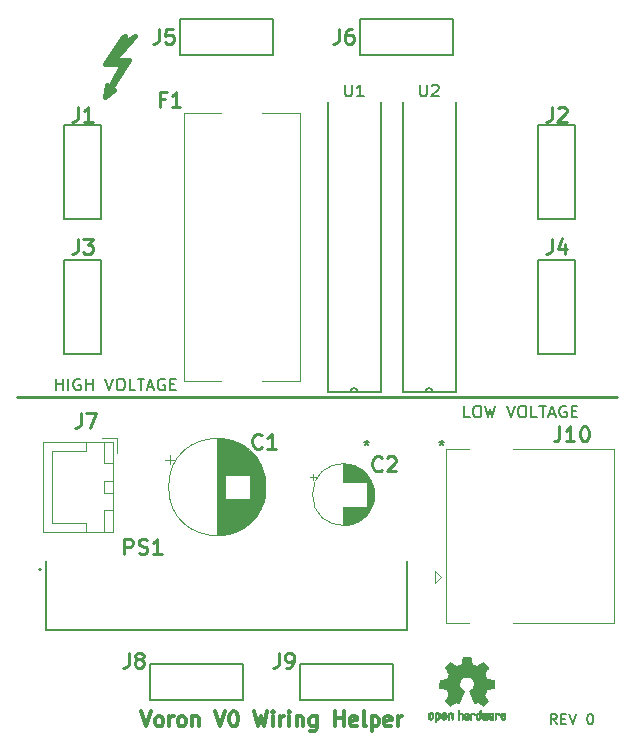
<source format=gbr>
G04 #@! TF.GenerationSoftware,KiCad,Pcbnew,5.1.8*
G04 #@! TF.CreationDate,2021-01-06T23:59:26-05:00*
G04 #@! TF.ProjectId,VoronV0WiringHelper,566f726f-6e56-4305-9769-72696e674865,0*
G04 #@! TF.SameCoordinates,Original*
G04 #@! TF.FileFunction,Legend,Top*
G04 #@! TF.FilePolarity,Positive*
%FSLAX46Y46*%
G04 Gerber Fmt 4.6, Leading zero omitted, Abs format (unit mm)*
G04 Created by KiCad (PCBNEW 5.1.8) date 2021-01-06 23:59:26*
%MOMM*%
%LPD*%
G01*
G04 APERTURE LIST*
%ADD10C,0.150000*%
%ADD11C,0.254000*%
%ADD12C,0.203200*%
%ADD13C,0.304800*%
%ADD14C,0.381000*%
%ADD15C,0.200000*%
%ADD16C,0.127000*%
%ADD17C,0.152400*%
%ADD18C,0.120000*%
%ADD19C,0.010000*%
G04 APERTURE END LIST*
D10*
X161576285Y-100782380D02*
X161100095Y-100782380D01*
X161100095Y-99782380D01*
X162100095Y-99782380D02*
X162290571Y-99782380D01*
X162385809Y-99830000D01*
X162481047Y-99925238D01*
X162528666Y-100115714D01*
X162528666Y-100449047D01*
X162481047Y-100639523D01*
X162385809Y-100734761D01*
X162290571Y-100782380D01*
X162100095Y-100782380D01*
X162004857Y-100734761D01*
X161909619Y-100639523D01*
X161862000Y-100449047D01*
X161862000Y-100115714D01*
X161909619Y-99925238D01*
X162004857Y-99830000D01*
X162100095Y-99782380D01*
X162862000Y-99782380D02*
X163100095Y-100782380D01*
X163290571Y-100068095D01*
X163481047Y-100782380D01*
X163719142Y-99782380D01*
X164719142Y-99782380D02*
X165052476Y-100782380D01*
X165385809Y-99782380D01*
X165909619Y-99782380D02*
X166100095Y-99782380D01*
X166195333Y-99830000D01*
X166290571Y-99925238D01*
X166338190Y-100115714D01*
X166338190Y-100449047D01*
X166290571Y-100639523D01*
X166195333Y-100734761D01*
X166100095Y-100782380D01*
X165909619Y-100782380D01*
X165814380Y-100734761D01*
X165719142Y-100639523D01*
X165671523Y-100449047D01*
X165671523Y-100115714D01*
X165719142Y-99925238D01*
X165814380Y-99830000D01*
X165909619Y-99782380D01*
X167242952Y-100782380D02*
X166766761Y-100782380D01*
X166766761Y-99782380D01*
X167433428Y-99782380D02*
X168004857Y-99782380D01*
X167719142Y-100782380D02*
X167719142Y-99782380D01*
X168290571Y-100496666D02*
X168766761Y-100496666D01*
X168195333Y-100782380D02*
X168528666Y-99782380D01*
X168862000Y-100782380D01*
X169719142Y-99830000D02*
X169623904Y-99782380D01*
X169481047Y-99782380D01*
X169338190Y-99830000D01*
X169242952Y-99925238D01*
X169195333Y-100020476D01*
X169147714Y-100210952D01*
X169147714Y-100353809D01*
X169195333Y-100544285D01*
X169242952Y-100639523D01*
X169338190Y-100734761D01*
X169481047Y-100782380D01*
X169576285Y-100782380D01*
X169719142Y-100734761D01*
X169766761Y-100687142D01*
X169766761Y-100353809D01*
X169576285Y-100353809D01*
X170195333Y-100258571D02*
X170528666Y-100258571D01*
X170671523Y-100782380D02*
X170195333Y-100782380D01*
X170195333Y-99782380D01*
X170671523Y-99782380D01*
X126524380Y-98496380D02*
X126524380Y-97496380D01*
X126524380Y-97972571D02*
X127095809Y-97972571D01*
X127095809Y-98496380D02*
X127095809Y-97496380D01*
X127572000Y-98496380D02*
X127572000Y-97496380D01*
X128572000Y-97544000D02*
X128476761Y-97496380D01*
X128333904Y-97496380D01*
X128191047Y-97544000D01*
X128095809Y-97639238D01*
X128048190Y-97734476D01*
X128000571Y-97924952D01*
X128000571Y-98067809D01*
X128048190Y-98258285D01*
X128095809Y-98353523D01*
X128191047Y-98448761D01*
X128333904Y-98496380D01*
X128429142Y-98496380D01*
X128572000Y-98448761D01*
X128619619Y-98401142D01*
X128619619Y-98067809D01*
X128429142Y-98067809D01*
X129048190Y-98496380D02*
X129048190Y-97496380D01*
X129048190Y-97972571D02*
X129619619Y-97972571D01*
X129619619Y-98496380D02*
X129619619Y-97496380D01*
X130714857Y-97496380D02*
X131048190Y-98496380D01*
X131381523Y-97496380D01*
X131905333Y-97496380D02*
X132095809Y-97496380D01*
X132191047Y-97544000D01*
X132286285Y-97639238D01*
X132333904Y-97829714D01*
X132333904Y-98163047D01*
X132286285Y-98353523D01*
X132191047Y-98448761D01*
X132095809Y-98496380D01*
X131905333Y-98496380D01*
X131810095Y-98448761D01*
X131714857Y-98353523D01*
X131667238Y-98163047D01*
X131667238Y-97829714D01*
X131714857Y-97639238D01*
X131810095Y-97544000D01*
X131905333Y-97496380D01*
X133238666Y-98496380D02*
X132762476Y-98496380D01*
X132762476Y-97496380D01*
X133429142Y-97496380D02*
X134000571Y-97496380D01*
X133714857Y-98496380D02*
X133714857Y-97496380D01*
X134286285Y-98210666D02*
X134762476Y-98210666D01*
X134191047Y-98496380D02*
X134524380Y-97496380D01*
X134857714Y-98496380D01*
X135714857Y-97544000D02*
X135619619Y-97496380D01*
X135476761Y-97496380D01*
X135333904Y-97544000D01*
X135238666Y-97639238D01*
X135191047Y-97734476D01*
X135143428Y-97924952D01*
X135143428Y-98067809D01*
X135191047Y-98258285D01*
X135238666Y-98353523D01*
X135333904Y-98448761D01*
X135476761Y-98496380D01*
X135572000Y-98496380D01*
X135714857Y-98448761D01*
X135762476Y-98401142D01*
X135762476Y-98067809D01*
X135572000Y-98067809D01*
X136191047Y-97972571D02*
X136524380Y-97972571D01*
X136667238Y-98496380D02*
X136191047Y-98496380D01*
X136191047Y-97496380D01*
X136667238Y-97496380D01*
D11*
X123190000Y-99060000D02*
X173990000Y-99060000D01*
D12*
X168910000Y-126767166D02*
X168613666Y-126343833D01*
X168402000Y-126767166D02*
X168402000Y-125878166D01*
X168740666Y-125878166D01*
X168825333Y-125920500D01*
X168867666Y-125962833D01*
X168910000Y-126047500D01*
X168910000Y-126174500D01*
X168867666Y-126259166D01*
X168825333Y-126301500D01*
X168740666Y-126343833D01*
X168402000Y-126343833D01*
X169291000Y-126301500D02*
X169587333Y-126301500D01*
X169714333Y-126767166D02*
X169291000Y-126767166D01*
X169291000Y-125878166D01*
X169714333Y-125878166D01*
X169968333Y-125878166D02*
X170264666Y-126767166D01*
X170561000Y-125878166D01*
X171704000Y-125878166D02*
X171788666Y-125878166D01*
X171873333Y-125920500D01*
X171915666Y-125962833D01*
X171958000Y-126047500D01*
X172000333Y-126216833D01*
X172000333Y-126428500D01*
X171958000Y-126597833D01*
X171915666Y-126682500D01*
X171873333Y-126724833D01*
X171788666Y-126767166D01*
X171704000Y-126767166D01*
X171619333Y-126724833D01*
X171577000Y-126682500D01*
X171534666Y-126597833D01*
X171492333Y-126428500D01*
X171492333Y-126216833D01*
X171534666Y-126047500D01*
X171577000Y-125962833D01*
X171619333Y-125920500D01*
X171704000Y-125878166D01*
D13*
X133712857Y-125669523D02*
X134136190Y-126939523D01*
X134559523Y-125669523D01*
X135164285Y-126939523D02*
X135043333Y-126879047D01*
X134982857Y-126818571D01*
X134922380Y-126697619D01*
X134922380Y-126334761D01*
X134982857Y-126213809D01*
X135043333Y-126153333D01*
X135164285Y-126092857D01*
X135345714Y-126092857D01*
X135466666Y-126153333D01*
X135527142Y-126213809D01*
X135587619Y-126334761D01*
X135587619Y-126697619D01*
X135527142Y-126818571D01*
X135466666Y-126879047D01*
X135345714Y-126939523D01*
X135164285Y-126939523D01*
X136131904Y-126939523D02*
X136131904Y-126092857D01*
X136131904Y-126334761D02*
X136192380Y-126213809D01*
X136252857Y-126153333D01*
X136373809Y-126092857D01*
X136494761Y-126092857D01*
X137099523Y-126939523D02*
X136978571Y-126879047D01*
X136918095Y-126818571D01*
X136857619Y-126697619D01*
X136857619Y-126334761D01*
X136918095Y-126213809D01*
X136978571Y-126153333D01*
X137099523Y-126092857D01*
X137280952Y-126092857D01*
X137401904Y-126153333D01*
X137462380Y-126213809D01*
X137522857Y-126334761D01*
X137522857Y-126697619D01*
X137462380Y-126818571D01*
X137401904Y-126879047D01*
X137280952Y-126939523D01*
X137099523Y-126939523D01*
X138067142Y-126092857D02*
X138067142Y-126939523D01*
X138067142Y-126213809D02*
X138127619Y-126153333D01*
X138248571Y-126092857D01*
X138430000Y-126092857D01*
X138550952Y-126153333D01*
X138611428Y-126274285D01*
X138611428Y-126939523D01*
X140002380Y-125669523D02*
X140425714Y-126939523D01*
X140849047Y-125669523D01*
X141514285Y-125669523D02*
X141635238Y-125669523D01*
X141756190Y-125730000D01*
X141816666Y-125790476D01*
X141877142Y-125911428D01*
X141937619Y-126153333D01*
X141937619Y-126455714D01*
X141877142Y-126697619D01*
X141816666Y-126818571D01*
X141756190Y-126879047D01*
X141635238Y-126939523D01*
X141514285Y-126939523D01*
X141393333Y-126879047D01*
X141332857Y-126818571D01*
X141272380Y-126697619D01*
X141211904Y-126455714D01*
X141211904Y-126153333D01*
X141272380Y-125911428D01*
X141332857Y-125790476D01*
X141393333Y-125730000D01*
X141514285Y-125669523D01*
X143328571Y-125669523D02*
X143630952Y-126939523D01*
X143872857Y-126032380D01*
X144114761Y-126939523D01*
X144417142Y-125669523D01*
X144900952Y-126939523D02*
X144900952Y-126092857D01*
X144900952Y-125669523D02*
X144840476Y-125730000D01*
X144900952Y-125790476D01*
X144961428Y-125730000D01*
X144900952Y-125669523D01*
X144900952Y-125790476D01*
X145505714Y-126939523D02*
X145505714Y-126092857D01*
X145505714Y-126334761D02*
X145566190Y-126213809D01*
X145626666Y-126153333D01*
X145747619Y-126092857D01*
X145868571Y-126092857D01*
X146291904Y-126939523D02*
X146291904Y-126092857D01*
X146291904Y-125669523D02*
X146231428Y-125730000D01*
X146291904Y-125790476D01*
X146352380Y-125730000D01*
X146291904Y-125669523D01*
X146291904Y-125790476D01*
X146896666Y-126092857D02*
X146896666Y-126939523D01*
X146896666Y-126213809D02*
X146957142Y-126153333D01*
X147078095Y-126092857D01*
X147259523Y-126092857D01*
X147380476Y-126153333D01*
X147440952Y-126274285D01*
X147440952Y-126939523D01*
X148590000Y-126092857D02*
X148590000Y-127120952D01*
X148529523Y-127241904D01*
X148469047Y-127302380D01*
X148348095Y-127362857D01*
X148166666Y-127362857D01*
X148045714Y-127302380D01*
X148590000Y-126879047D02*
X148469047Y-126939523D01*
X148227142Y-126939523D01*
X148106190Y-126879047D01*
X148045714Y-126818571D01*
X147985238Y-126697619D01*
X147985238Y-126334761D01*
X148045714Y-126213809D01*
X148106190Y-126153333D01*
X148227142Y-126092857D01*
X148469047Y-126092857D01*
X148590000Y-126153333D01*
X150162380Y-126939523D02*
X150162380Y-125669523D01*
X150162380Y-126274285D02*
X150888095Y-126274285D01*
X150888095Y-126939523D02*
X150888095Y-125669523D01*
X151976666Y-126879047D02*
X151855714Y-126939523D01*
X151613809Y-126939523D01*
X151492857Y-126879047D01*
X151432380Y-126758095D01*
X151432380Y-126274285D01*
X151492857Y-126153333D01*
X151613809Y-126092857D01*
X151855714Y-126092857D01*
X151976666Y-126153333D01*
X152037142Y-126274285D01*
X152037142Y-126395238D01*
X151432380Y-126516190D01*
X152762857Y-126939523D02*
X152641904Y-126879047D01*
X152581428Y-126758095D01*
X152581428Y-125669523D01*
X153246666Y-126092857D02*
X153246666Y-127362857D01*
X153246666Y-126153333D02*
X153367619Y-126092857D01*
X153609523Y-126092857D01*
X153730476Y-126153333D01*
X153790952Y-126213809D01*
X153851428Y-126334761D01*
X153851428Y-126697619D01*
X153790952Y-126818571D01*
X153730476Y-126879047D01*
X153609523Y-126939523D01*
X153367619Y-126939523D01*
X153246666Y-126879047D01*
X154879523Y-126879047D02*
X154758571Y-126939523D01*
X154516666Y-126939523D01*
X154395714Y-126879047D01*
X154335238Y-126758095D01*
X154335238Y-126274285D01*
X154395714Y-126153333D01*
X154516666Y-126092857D01*
X154758571Y-126092857D01*
X154879523Y-126153333D01*
X154940000Y-126274285D01*
X154940000Y-126395238D01*
X154335238Y-126516190D01*
X155484285Y-126939523D02*
X155484285Y-126092857D01*
X155484285Y-126334761D02*
X155544761Y-126213809D01*
X155605238Y-126153333D01*
X155726190Y-126092857D01*
X155847142Y-126092857D01*
D14*
G04 #@! TO.C,REF\u002A\u002A*
X130937000Y-73152000D02*
X130810000Y-72644000D01*
X132080000Y-70866000D02*
X130937000Y-73152000D01*
X130683000Y-70866000D02*
X132080000Y-70866000D01*
X132207000Y-68580000D02*
X130683000Y-70866000D01*
X132461000Y-68961000D02*
X132334000Y-68453000D01*
X133223000Y-68453000D02*
X132461000Y-68961000D01*
X131445000Y-70485000D02*
X133223000Y-68453000D01*
X132715000Y-70485000D02*
X131445000Y-70485000D01*
X130937000Y-73279000D02*
X132715000Y-70485000D01*
X131445000Y-73025000D02*
X130937000Y-73279000D01*
X130683000Y-73660000D02*
X131445000Y-73025000D01*
X130810000Y-72644000D02*
X130683000Y-73660000D01*
X131064000Y-70739000D02*
X132334000Y-70739000D01*
X132461000Y-68834000D02*
X131064000Y-70739000D01*
D15*
G04 #@! TO.C,PS1*
X125270000Y-113665000D02*
G75*
G03*
X125270000Y-113665000I-100000J0D01*
G01*
D16*
X125670000Y-112945000D02*
X125670000Y-118745000D01*
X125670000Y-118745000D02*
X156270000Y-118745000D01*
X156270000Y-118745000D02*
X156270000Y-112945000D01*
D17*
G04 #@! TO.C,U1*
X149517100Y-74104500D02*
X149517100Y-98615500D01*
X149517100Y-98615500D02*
X154012900Y-98615500D01*
X154012900Y-98615500D02*
X154012900Y-74104500D01*
X152069800Y-98615500D02*
G75*
G03*
X151460200Y-98615500I-304800J0D01*
G01*
G04 #@! TO.C,U2*
X155867100Y-74104500D02*
X155867100Y-98615500D01*
X155867100Y-98615500D02*
X160362900Y-98615500D01*
X160362900Y-98615500D02*
X160362900Y-74104500D01*
X158419800Y-98615500D02*
G75*
G03*
X157810200Y-98615500I-304800J0D01*
G01*
D18*
G04 #@! TO.C,J10*
X158655000Y-113800000D02*
X158655000Y-114800000D01*
X159155000Y-114300000D02*
X158655000Y-113800000D01*
X158655000Y-114800000D02*
X159155000Y-114300000D01*
X161515000Y-103440000D02*
X159535000Y-103440000D01*
X159535000Y-118160000D02*
X161515000Y-118160000D01*
X159535000Y-118160000D02*
X159535000Y-103440000D01*
X165215000Y-103440000D02*
X173755000Y-103440000D01*
X173755000Y-118160000D02*
X173755000Y-103440000D01*
X165215000Y-118160000D02*
X173755000Y-118160000D01*
D16*
G04 #@! TO.C,J8*
X142390000Y-121650000D02*
X142390000Y-124730000D01*
X134470000Y-121650000D02*
X142390000Y-121650000D01*
X134470000Y-124730000D02*
X134470000Y-121650000D01*
X142390000Y-124730000D02*
X134470000Y-124730000D01*
G04 #@! TO.C,J1*
X127238000Y-76050000D02*
X130318000Y-76050000D01*
X127238000Y-83970000D02*
X127238000Y-76050000D01*
X130318000Y-83970000D02*
X127238000Y-83970000D01*
X130318000Y-76050000D02*
X130318000Y-83970000D01*
G04 #@! TO.C,J3*
X127238000Y-87480000D02*
X130318000Y-87480000D01*
X127238000Y-95400000D02*
X127238000Y-87480000D01*
X130318000Y-95400000D02*
X127238000Y-95400000D01*
X130318000Y-87480000D02*
X130318000Y-95400000D01*
G04 #@! TO.C,J5*
X137010000Y-70120000D02*
X137010000Y-67040000D01*
X144930000Y-70120000D02*
X137010000Y-70120000D01*
X144930000Y-67040000D02*
X144930000Y-70120000D01*
X137010000Y-67040000D02*
X144930000Y-67040000D01*
G04 #@! TO.C,J6*
X152250000Y-70120000D02*
X152250000Y-67040000D01*
X160170000Y-70120000D02*
X152250000Y-70120000D01*
X160170000Y-67040000D02*
X160170000Y-70120000D01*
X152250000Y-67040000D02*
X160170000Y-67040000D01*
G04 #@! TO.C,J2*
X170450000Y-83970000D02*
X167370000Y-83970000D01*
X170450000Y-76050000D02*
X170450000Y-83970000D01*
X167370000Y-76050000D02*
X170450000Y-76050000D01*
X167370000Y-83970000D02*
X167370000Y-76050000D01*
G04 #@! TO.C,J4*
X170450000Y-95400000D02*
X167370000Y-95400000D01*
X170450000Y-87480000D02*
X170450000Y-95400000D01*
X167370000Y-87480000D02*
X170450000Y-87480000D01*
X167370000Y-95400000D02*
X167370000Y-87480000D01*
G04 #@! TO.C,J9*
X155090000Y-121650000D02*
X155090000Y-124730000D01*
X147170000Y-121650000D02*
X155090000Y-121650000D01*
X147170000Y-124730000D02*
X147170000Y-121650000D01*
X155090000Y-124730000D02*
X147170000Y-124730000D01*
D18*
G04 #@! TO.C,C2*
X148305225Y-105590000D02*
X148305225Y-106090000D01*
X148055225Y-105840000D02*
X148555225Y-105840000D01*
X153461000Y-107031000D02*
X153461000Y-107599000D01*
X153421000Y-106797000D02*
X153421000Y-107833000D01*
X153381000Y-106638000D02*
X153381000Y-107992000D01*
X153341000Y-106510000D02*
X153341000Y-108120000D01*
X153301000Y-106400000D02*
X153301000Y-108230000D01*
X153261000Y-106304000D02*
X153261000Y-108326000D01*
X153221000Y-106217000D02*
X153221000Y-108413000D01*
X153181000Y-106137000D02*
X153181000Y-108493000D01*
X153141000Y-106064000D02*
X153141000Y-108566000D01*
X153101000Y-105996000D02*
X153101000Y-108634000D01*
X153061000Y-105932000D02*
X153061000Y-108698000D01*
X153021000Y-105872000D02*
X153021000Y-108758000D01*
X152981000Y-105815000D02*
X152981000Y-108815000D01*
X152941000Y-105761000D02*
X152941000Y-108869000D01*
X152901000Y-105710000D02*
X152901000Y-108920000D01*
X152861000Y-108355000D02*
X152861000Y-108968000D01*
X152861000Y-105662000D02*
X152861000Y-106275000D01*
X152821000Y-108355000D02*
X152821000Y-109014000D01*
X152821000Y-105616000D02*
X152821000Y-106275000D01*
X152781000Y-108355000D02*
X152781000Y-109058000D01*
X152781000Y-105572000D02*
X152781000Y-106275000D01*
X152741000Y-108355000D02*
X152741000Y-109100000D01*
X152741000Y-105530000D02*
X152741000Y-106275000D01*
X152701000Y-108355000D02*
X152701000Y-109141000D01*
X152701000Y-105489000D02*
X152701000Y-106275000D01*
X152661000Y-108355000D02*
X152661000Y-109179000D01*
X152661000Y-105451000D02*
X152661000Y-106275000D01*
X152621000Y-108355000D02*
X152621000Y-109216000D01*
X152621000Y-105414000D02*
X152621000Y-106275000D01*
X152581000Y-108355000D02*
X152581000Y-109252000D01*
X152581000Y-105378000D02*
X152581000Y-106275000D01*
X152541000Y-108355000D02*
X152541000Y-109286000D01*
X152541000Y-105344000D02*
X152541000Y-106275000D01*
X152501000Y-108355000D02*
X152501000Y-109319000D01*
X152501000Y-105311000D02*
X152501000Y-106275000D01*
X152461000Y-108355000D02*
X152461000Y-109350000D01*
X152461000Y-105280000D02*
X152461000Y-106275000D01*
X152421000Y-108355000D02*
X152421000Y-109380000D01*
X152421000Y-105250000D02*
X152421000Y-106275000D01*
X152381000Y-108355000D02*
X152381000Y-109410000D01*
X152381000Y-105220000D02*
X152381000Y-106275000D01*
X152341000Y-108355000D02*
X152341000Y-109437000D01*
X152341000Y-105193000D02*
X152341000Y-106275000D01*
X152301000Y-108355000D02*
X152301000Y-109464000D01*
X152301000Y-105166000D02*
X152301000Y-106275000D01*
X152261000Y-108355000D02*
X152261000Y-109490000D01*
X152261000Y-105140000D02*
X152261000Y-106275000D01*
X152221000Y-108355000D02*
X152221000Y-109515000D01*
X152221000Y-105115000D02*
X152221000Y-106275000D01*
X152181000Y-108355000D02*
X152181000Y-109539000D01*
X152181000Y-105091000D02*
X152181000Y-106275000D01*
X152141000Y-108355000D02*
X152141000Y-109562000D01*
X152141000Y-105068000D02*
X152141000Y-106275000D01*
X152101000Y-108355000D02*
X152101000Y-109583000D01*
X152101000Y-105047000D02*
X152101000Y-106275000D01*
X152061000Y-108355000D02*
X152061000Y-109605000D01*
X152061000Y-105025000D02*
X152061000Y-106275000D01*
X152021000Y-108355000D02*
X152021000Y-109625000D01*
X152021000Y-105005000D02*
X152021000Y-106275000D01*
X151981000Y-108355000D02*
X151981000Y-109644000D01*
X151981000Y-104986000D02*
X151981000Y-106275000D01*
X151941000Y-108355000D02*
X151941000Y-109663000D01*
X151941000Y-104967000D02*
X151941000Y-106275000D01*
X151901000Y-108355000D02*
X151901000Y-109680000D01*
X151901000Y-104950000D02*
X151901000Y-106275000D01*
X151861000Y-108355000D02*
X151861000Y-109697000D01*
X151861000Y-104933000D02*
X151861000Y-106275000D01*
X151821000Y-108355000D02*
X151821000Y-109713000D01*
X151821000Y-104917000D02*
X151821000Y-106275000D01*
X151781000Y-108355000D02*
X151781000Y-109729000D01*
X151781000Y-104901000D02*
X151781000Y-106275000D01*
X151741000Y-108355000D02*
X151741000Y-109743000D01*
X151741000Y-104887000D02*
X151741000Y-106275000D01*
X151701000Y-108355000D02*
X151701000Y-109757000D01*
X151701000Y-104873000D02*
X151701000Y-106275000D01*
X151661000Y-108355000D02*
X151661000Y-109770000D01*
X151661000Y-104860000D02*
X151661000Y-106275000D01*
X151621000Y-108355000D02*
X151621000Y-109783000D01*
X151621000Y-104847000D02*
X151621000Y-106275000D01*
X151581000Y-108355000D02*
X151581000Y-109795000D01*
X151581000Y-104835000D02*
X151581000Y-106275000D01*
X151540000Y-108355000D02*
X151540000Y-109806000D01*
X151540000Y-104824000D02*
X151540000Y-106275000D01*
X151500000Y-108355000D02*
X151500000Y-109816000D01*
X151500000Y-104814000D02*
X151500000Y-106275000D01*
X151460000Y-108355000D02*
X151460000Y-109826000D01*
X151460000Y-104804000D02*
X151460000Y-106275000D01*
X151420000Y-108355000D02*
X151420000Y-109835000D01*
X151420000Y-104795000D02*
X151420000Y-106275000D01*
X151380000Y-108355000D02*
X151380000Y-109843000D01*
X151380000Y-104787000D02*
X151380000Y-106275000D01*
X151340000Y-108355000D02*
X151340000Y-109851000D01*
X151340000Y-104779000D02*
X151340000Y-106275000D01*
X151300000Y-108355000D02*
X151300000Y-109858000D01*
X151300000Y-104772000D02*
X151300000Y-106275000D01*
X151260000Y-108355000D02*
X151260000Y-109865000D01*
X151260000Y-104765000D02*
X151260000Y-106275000D01*
X151220000Y-108355000D02*
X151220000Y-109871000D01*
X151220000Y-104759000D02*
X151220000Y-106275000D01*
X151180000Y-108355000D02*
X151180000Y-109876000D01*
X151180000Y-104754000D02*
X151180000Y-106275000D01*
X151140000Y-108355000D02*
X151140000Y-109880000D01*
X151140000Y-104750000D02*
X151140000Y-106275000D01*
X151100000Y-108355000D02*
X151100000Y-109884000D01*
X151100000Y-104746000D02*
X151100000Y-106275000D01*
X151060000Y-108355000D02*
X151060000Y-109888000D01*
X151060000Y-104742000D02*
X151060000Y-106275000D01*
X151020000Y-108355000D02*
X151020000Y-109891000D01*
X151020000Y-104739000D02*
X151020000Y-106275000D01*
X150980000Y-108355000D02*
X150980000Y-109893000D01*
X150980000Y-104737000D02*
X150980000Y-106275000D01*
X150940000Y-108355000D02*
X150940000Y-109894000D01*
X150940000Y-104736000D02*
X150940000Y-106275000D01*
X150900000Y-104735000D02*
X150900000Y-106275000D01*
X150900000Y-108355000D02*
X150900000Y-109895000D01*
X150860000Y-104735000D02*
X150860000Y-106275000D01*
X150860000Y-108355000D02*
X150860000Y-109895000D01*
X153480000Y-107315000D02*
G75*
G03*
X153480000Y-107315000I-2620000J0D01*
G01*
G04 #@! TO.C,J7*
X131655000Y-102560000D02*
X130405000Y-102560000D01*
X131655000Y-103810000D02*
X131655000Y-102560000D01*
X126155000Y-109710000D02*
X126155000Y-106660000D01*
X129105000Y-109710000D02*
X126155000Y-109710000D01*
X129105000Y-110460000D02*
X129105000Y-109710000D01*
X126155000Y-103610000D02*
X126155000Y-106660000D01*
X129105000Y-103610000D02*
X126155000Y-103610000D01*
X129105000Y-102860000D02*
X129105000Y-103610000D01*
X131355000Y-110460000D02*
X131355000Y-108660000D01*
X130605000Y-110460000D02*
X131355000Y-110460000D01*
X130605000Y-108660000D02*
X130605000Y-110460000D01*
X131355000Y-108660000D02*
X130605000Y-108660000D01*
X131355000Y-104660000D02*
X131355000Y-102860000D01*
X130605000Y-104660000D02*
X131355000Y-104660000D01*
X130605000Y-102860000D02*
X130605000Y-104660000D01*
X131355000Y-102860000D02*
X130605000Y-102860000D01*
X131355000Y-107160000D02*
X131355000Y-106160000D01*
X130605000Y-107160000D02*
X131355000Y-107160000D01*
X130605000Y-106160000D02*
X130605000Y-107160000D01*
X131355000Y-106160000D02*
X130605000Y-106160000D01*
X131365000Y-110470000D02*
X131365000Y-102850000D01*
X125395000Y-110470000D02*
X131365000Y-110470000D01*
X125395000Y-102850000D02*
X125395000Y-110470000D01*
X131365000Y-102850000D02*
X125395000Y-102850000D01*
G04 #@! TO.C,C1*
X136170302Y-103965000D02*
X136170302Y-104765000D01*
X135770302Y-104365000D02*
X136570302Y-104365000D01*
X144261000Y-106147000D02*
X144261000Y-107213000D01*
X144221000Y-105912000D02*
X144221000Y-107448000D01*
X144181000Y-105732000D02*
X144181000Y-107628000D01*
X144141000Y-105582000D02*
X144141000Y-107778000D01*
X144101000Y-105451000D02*
X144101000Y-107909000D01*
X144061000Y-105334000D02*
X144061000Y-108026000D01*
X144021000Y-105227000D02*
X144021000Y-108133000D01*
X143981000Y-105128000D02*
X143981000Y-108232000D01*
X143941000Y-105035000D02*
X143941000Y-108325000D01*
X143901000Y-104949000D02*
X143901000Y-108411000D01*
X143861000Y-104867000D02*
X143861000Y-108493000D01*
X143821000Y-104790000D02*
X143821000Y-108570000D01*
X143781000Y-104716000D02*
X143781000Y-108644000D01*
X143741000Y-104646000D02*
X143741000Y-108714000D01*
X143701000Y-104578000D02*
X143701000Y-108782000D01*
X143661000Y-104514000D02*
X143661000Y-108846000D01*
X143621000Y-104452000D02*
X143621000Y-108908000D01*
X143581000Y-104393000D02*
X143581000Y-108967000D01*
X143541000Y-104335000D02*
X143541000Y-109025000D01*
X143501000Y-104280000D02*
X143501000Y-109080000D01*
X143461000Y-104226000D02*
X143461000Y-109134000D01*
X143421000Y-104175000D02*
X143421000Y-109185000D01*
X143381000Y-104124000D02*
X143381000Y-109236000D01*
X143341000Y-104076000D02*
X143341000Y-109284000D01*
X143301000Y-104029000D02*
X143301000Y-109331000D01*
X143261000Y-103983000D02*
X143261000Y-109377000D01*
X143221000Y-103939000D02*
X143221000Y-109421000D01*
X143181000Y-103896000D02*
X143181000Y-109464000D01*
X143141000Y-103854000D02*
X143141000Y-109506000D01*
X143101000Y-103813000D02*
X143101000Y-109547000D01*
X143061000Y-103773000D02*
X143061000Y-109587000D01*
X143021000Y-103735000D02*
X143021000Y-109625000D01*
X142981000Y-103697000D02*
X142981000Y-109663000D01*
X142941000Y-107720000D02*
X142941000Y-109699000D01*
X142941000Y-103661000D02*
X142941000Y-105640000D01*
X142901000Y-107720000D02*
X142901000Y-109735000D01*
X142901000Y-103625000D02*
X142901000Y-105640000D01*
X142861000Y-107720000D02*
X142861000Y-109770000D01*
X142861000Y-103590000D02*
X142861000Y-105640000D01*
X142821000Y-107720000D02*
X142821000Y-109804000D01*
X142821000Y-103556000D02*
X142821000Y-105640000D01*
X142781000Y-107720000D02*
X142781000Y-109836000D01*
X142781000Y-103524000D02*
X142781000Y-105640000D01*
X142741000Y-107720000D02*
X142741000Y-109869000D01*
X142741000Y-103491000D02*
X142741000Y-105640000D01*
X142701000Y-107720000D02*
X142701000Y-109900000D01*
X142701000Y-103460000D02*
X142701000Y-105640000D01*
X142661000Y-107720000D02*
X142661000Y-109930000D01*
X142661000Y-103430000D02*
X142661000Y-105640000D01*
X142621000Y-107720000D02*
X142621000Y-109960000D01*
X142621000Y-103400000D02*
X142621000Y-105640000D01*
X142581000Y-107720000D02*
X142581000Y-109989000D01*
X142581000Y-103371000D02*
X142581000Y-105640000D01*
X142541000Y-107720000D02*
X142541000Y-110018000D01*
X142541000Y-103342000D02*
X142541000Y-105640000D01*
X142501000Y-107720000D02*
X142501000Y-110045000D01*
X142501000Y-103315000D02*
X142501000Y-105640000D01*
X142461000Y-107720000D02*
X142461000Y-110072000D01*
X142461000Y-103288000D02*
X142461000Y-105640000D01*
X142421000Y-107720000D02*
X142421000Y-110098000D01*
X142421000Y-103262000D02*
X142421000Y-105640000D01*
X142381000Y-107720000D02*
X142381000Y-110124000D01*
X142381000Y-103236000D02*
X142381000Y-105640000D01*
X142341000Y-107720000D02*
X142341000Y-110149000D01*
X142341000Y-103211000D02*
X142341000Y-105640000D01*
X142301000Y-107720000D02*
X142301000Y-110173000D01*
X142301000Y-103187000D02*
X142301000Y-105640000D01*
X142261000Y-107720000D02*
X142261000Y-110197000D01*
X142261000Y-103163000D02*
X142261000Y-105640000D01*
X142221000Y-107720000D02*
X142221000Y-110220000D01*
X142221000Y-103140000D02*
X142221000Y-105640000D01*
X142181000Y-107720000D02*
X142181000Y-110242000D01*
X142181000Y-103118000D02*
X142181000Y-105640000D01*
X142141000Y-107720000D02*
X142141000Y-110264000D01*
X142141000Y-103096000D02*
X142141000Y-105640000D01*
X142101000Y-107720000D02*
X142101000Y-110286000D01*
X142101000Y-103074000D02*
X142101000Y-105640000D01*
X142061000Y-107720000D02*
X142061000Y-110307000D01*
X142061000Y-103053000D02*
X142061000Y-105640000D01*
X142021000Y-107720000D02*
X142021000Y-110327000D01*
X142021000Y-103033000D02*
X142021000Y-105640000D01*
X141981000Y-107720000D02*
X141981000Y-110346000D01*
X141981000Y-103014000D02*
X141981000Y-105640000D01*
X141941000Y-107720000D02*
X141941000Y-110366000D01*
X141941000Y-102994000D02*
X141941000Y-105640000D01*
X141901000Y-107720000D02*
X141901000Y-110384000D01*
X141901000Y-102976000D02*
X141901000Y-105640000D01*
X141861000Y-107720000D02*
X141861000Y-110402000D01*
X141861000Y-102958000D02*
X141861000Y-105640000D01*
X141821000Y-107720000D02*
X141821000Y-110420000D01*
X141821000Y-102940000D02*
X141821000Y-105640000D01*
X141781000Y-107720000D02*
X141781000Y-110437000D01*
X141781000Y-102923000D02*
X141781000Y-105640000D01*
X141741000Y-107720000D02*
X141741000Y-110454000D01*
X141741000Y-102906000D02*
X141741000Y-105640000D01*
X141701000Y-107720000D02*
X141701000Y-110470000D01*
X141701000Y-102890000D02*
X141701000Y-105640000D01*
X141661000Y-107720000D02*
X141661000Y-110485000D01*
X141661000Y-102875000D02*
X141661000Y-105640000D01*
X141621000Y-107720000D02*
X141621000Y-110501000D01*
X141621000Y-102859000D02*
X141621000Y-105640000D01*
X141581000Y-107720000D02*
X141581000Y-110515000D01*
X141581000Y-102845000D02*
X141581000Y-105640000D01*
X141541000Y-107720000D02*
X141541000Y-110530000D01*
X141541000Y-102830000D02*
X141541000Y-105640000D01*
X141501000Y-107720000D02*
X141501000Y-110543000D01*
X141501000Y-102817000D02*
X141501000Y-105640000D01*
X141461000Y-107720000D02*
X141461000Y-110557000D01*
X141461000Y-102803000D02*
X141461000Y-105640000D01*
X141421000Y-107720000D02*
X141421000Y-110569000D01*
X141421000Y-102791000D02*
X141421000Y-105640000D01*
X141381000Y-107720000D02*
X141381000Y-110582000D01*
X141381000Y-102778000D02*
X141381000Y-105640000D01*
X141341000Y-107720000D02*
X141341000Y-110594000D01*
X141341000Y-102766000D02*
X141341000Y-105640000D01*
X141301000Y-107720000D02*
X141301000Y-110605000D01*
X141301000Y-102755000D02*
X141301000Y-105640000D01*
X141261000Y-107720000D02*
X141261000Y-110616000D01*
X141261000Y-102744000D02*
X141261000Y-105640000D01*
X141221000Y-107720000D02*
X141221000Y-110627000D01*
X141221000Y-102733000D02*
X141221000Y-105640000D01*
X141181000Y-107720000D02*
X141181000Y-110637000D01*
X141181000Y-102723000D02*
X141181000Y-105640000D01*
X141141000Y-107720000D02*
X141141000Y-110647000D01*
X141141000Y-102713000D02*
X141141000Y-105640000D01*
X141101000Y-107720000D02*
X141101000Y-110656000D01*
X141101000Y-102704000D02*
X141101000Y-105640000D01*
X141061000Y-107720000D02*
X141061000Y-110665000D01*
X141061000Y-102695000D02*
X141061000Y-105640000D01*
X141021000Y-107720000D02*
X141021000Y-110674000D01*
X141021000Y-102686000D02*
X141021000Y-105640000D01*
X140981000Y-107720000D02*
X140981000Y-110682000D01*
X140981000Y-102678000D02*
X140981000Y-105640000D01*
X140941000Y-107720000D02*
X140941000Y-110690000D01*
X140941000Y-102670000D02*
X140941000Y-105640000D01*
X140901000Y-107720000D02*
X140901000Y-110697000D01*
X140901000Y-102663000D02*
X140901000Y-105640000D01*
X140860000Y-102656000D02*
X140860000Y-110704000D01*
X140820000Y-102650000D02*
X140820000Y-110710000D01*
X140780000Y-102643000D02*
X140780000Y-110717000D01*
X140740000Y-102638000D02*
X140740000Y-110722000D01*
X140700000Y-102632000D02*
X140700000Y-110728000D01*
X140660000Y-102628000D02*
X140660000Y-110732000D01*
X140620000Y-102623000D02*
X140620000Y-110737000D01*
X140580000Y-102619000D02*
X140580000Y-110741000D01*
X140540000Y-102615000D02*
X140540000Y-110745000D01*
X140500000Y-102612000D02*
X140500000Y-110748000D01*
X140460000Y-102609000D02*
X140460000Y-110751000D01*
X140420000Y-102606000D02*
X140420000Y-110754000D01*
X140380000Y-102604000D02*
X140380000Y-110756000D01*
X140340000Y-102603000D02*
X140340000Y-110757000D01*
X140300000Y-102601000D02*
X140300000Y-110759000D01*
X140260000Y-102600000D02*
X140260000Y-110760000D01*
X140220000Y-102600000D02*
X140220000Y-110760000D01*
X140180000Y-102600000D02*
X140180000Y-110760000D01*
X144300000Y-106680000D02*
G75*
G03*
X144300000Y-106680000I-4120000J0D01*
G01*
D19*
G04 #@! TO.C,REF\u002A\u002A*
G36*
X158889744Y-125744918D02*
G01*
X158945201Y-125772568D01*
X158994148Y-125823480D01*
X159007629Y-125842338D01*
X159022314Y-125867015D01*
X159031842Y-125893816D01*
X159037293Y-125929587D01*
X159039747Y-125981169D01*
X159040286Y-126049267D01*
X159037852Y-126142588D01*
X159029394Y-126212657D01*
X159013174Y-126264931D01*
X158987454Y-126304869D01*
X158950497Y-126337929D01*
X158947782Y-126339886D01*
X158911360Y-126359908D01*
X158867502Y-126369815D01*
X158811724Y-126372257D01*
X158721048Y-126372257D01*
X158721010Y-126460283D01*
X158720166Y-126509308D01*
X158715024Y-126538065D01*
X158701587Y-126555311D01*
X158675858Y-126569808D01*
X158669679Y-126572769D01*
X158640764Y-126586648D01*
X158618376Y-126595414D01*
X158601729Y-126596171D01*
X158590036Y-126586023D01*
X158582510Y-126562073D01*
X158578366Y-126521426D01*
X158576815Y-126461186D01*
X158577071Y-126378455D01*
X158578349Y-126270339D01*
X158578748Y-126238000D01*
X158580185Y-126126524D01*
X158581472Y-126053603D01*
X158720971Y-126053603D01*
X158721755Y-126115499D01*
X158725240Y-126155997D01*
X158733124Y-126182708D01*
X158747105Y-126203244D01*
X158756597Y-126213260D01*
X158795404Y-126242567D01*
X158829763Y-126244952D01*
X158865216Y-126220750D01*
X158866114Y-126219857D01*
X158880539Y-126201153D01*
X158889313Y-126175732D01*
X158893739Y-126136584D01*
X158895118Y-126076697D01*
X158895143Y-126063430D01*
X158891812Y-125980901D01*
X158880969Y-125923691D01*
X158861340Y-125888766D01*
X158831650Y-125873094D01*
X158814491Y-125871514D01*
X158773766Y-125878926D01*
X158745832Y-125903330D01*
X158729017Y-125947980D01*
X158721650Y-126016130D01*
X158720971Y-126053603D01*
X158581472Y-126053603D01*
X158581708Y-126040245D01*
X158583677Y-125975333D01*
X158586450Y-125927958D01*
X158590388Y-125894290D01*
X158595849Y-125870498D01*
X158603192Y-125852753D01*
X158612777Y-125837224D01*
X158616887Y-125831381D01*
X158671405Y-125776185D01*
X158740336Y-125744890D01*
X158820072Y-125736165D01*
X158889744Y-125744918D01*
G37*
X158889744Y-125744918D02*
X158945201Y-125772568D01*
X158994148Y-125823480D01*
X159007629Y-125842338D01*
X159022314Y-125867015D01*
X159031842Y-125893816D01*
X159037293Y-125929587D01*
X159039747Y-125981169D01*
X159040286Y-126049267D01*
X159037852Y-126142588D01*
X159029394Y-126212657D01*
X159013174Y-126264931D01*
X158987454Y-126304869D01*
X158950497Y-126337929D01*
X158947782Y-126339886D01*
X158911360Y-126359908D01*
X158867502Y-126369815D01*
X158811724Y-126372257D01*
X158721048Y-126372257D01*
X158721010Y-126460283D01*
X158720166Y-126509308D01*
X158715024Y-126538065D01*
X158701587Y-126555311D01*
X158675858Y-126569808D01*
X158669679Y-126572769D01*
X158640764Y-126586648D01*
X158618376Y-126595414D01*
X158601729Y-126596171D01*
X158590036Y-126586023D01*
X158582510Y-126562073D01*
X158578366Y-126521426D01*
X158576815Y-126461186D01*
X158577071Y-126378455D01*
X158578349Y-126270339D01*
X158578748Y-126238000D01*
X158580185Y-126126524D01*
X158581472Y-126053603D01*
X158720971Y-126053603D01*
X158721755Y-126115499D01*
X158725240Y-126155997D01*
X158733124Y-126182708D01*
X158747105Y-126203244D01*
X158756597Y-126213260D01*
X158795404Y-126242567D01*
X158829763Y-126244952D01*
X158865216Y-126220750D01*
X158866114Y-126219857D01*
X158880539Y-126201153D01*
X158889313Y-126175732D01*
X158893739Y-126136584D01*
X158895118Y-126076697D01*
X158895143Y-126063430D01*
X158891812Y-125980901D01*
X158880969Y-125923691D01*
X158861340Y-125888766D01*
X158831650Y-125873094D01*
X158814491Y-125871514D01*
X158773766Y-125878926D01*
X158745832Y-125903330D01*
X158729017Y-125947980D01*
X158721650Y-126016130D01*
X158720971Y-126053603D01*
X158581472Y-126053603D01*
X158581708Y-126040245D01*
X158583677Y-125975333D01*
X158586450Y-125927958D01*
X158590388Y-125894290D01*
X158595849Y-125870498D01*
X158603192Y-125852753D01*
X158612777Y-125837224D01*
X158616887Y-125831381D01*
X158671405Y-125776185D01*
X158740336Y-125744890D01*
X158820072Y-125736165D01*
X158889744Y-125744918D01*
G36*
X160006093Y-125752780D02*
G01*
X160052672Y-125779723D01*
X160085057Y-125806466D01*
X160108742Y-125834484D01*
X160125059Y-125868748D01*
X160135339Y-125914227D01*
X160140914Y-125975892D01*
X160143116Y-126058711D01*
X160143371Y-126118246D01*
X160143371Y-126337391D01*
X160081686Y-126365044D01*
X160020000Y-126392697D01*
X160012743Y-126152670D01*
X160009744Y-126063028D01*
X160006598Y-125997962D01*
X160002701Y-125953026D01*
X159997447Y-125923770D01*
X159990231Y-125905748D01*
X159980450Y-125894511D01*
X159977312Y-125892079D01*
X159929761Y-125873083D01*
X159881697Y-125880600D01*
X159853086Y-125900543D01*
X159841447Y-125914675D01*
X159833391Y-125933220D01*
X159828271Y-125961334D01*
X159825441Y-126004173D01*
X159824256Y-126066895D01*
X159824057Y-126132261D01*
X159824018Y-126214268D01*
X159822614Y-126272316D01*
X159817914Y-126311465D01*
X159807987Y-126336780D01*
X159790903Y-126353323D01*
X159764732Y-126366156D01*
X159729775Y-126379491D01*
X159691596Y-126394007D01*
X159696141Y-126136389D01*
X159697971Y-126043519D01*
X159700112Y-125974889D01*
X159703181Y-125925711D01*
X159707794Y-125891198D01*
X159714568Y-125866562D01*
X159724119Y-125847016D01*
X159735634Y-125829770D01*
X159791190Y-125774680D01*
X159858980Y-125742822D01*
X159932713Y-125735191D01*
X160006093Y-125752780D01*
G37*
X160006093Y-125752780D02*
X160052672Y-125779723D01*
X160085057Y-125806466D01*
X160108742Y-125834484D01*
X160125059Y-125868748D01*
X160135339Y-125914227D01*
X160140914Y-125975892D01*
X160143116Y-126058711D01*
X160143371Y-126118246D01*
X160143371Y-126337391D01*
X160081686Y-126365044D01*
X160020000Y-126392697D01*
X160012743Y-126152670D01*
X160009744Y-126063028D01*
X160006598Y-125997962D01*
X160002701Y-125953026D01*
X159997447Y-125923770D01*
X159990231Y-125905748D01*
X159980450Y-125894511D01*
X159977312Y-125892079D01*
X159929761Y-125873083D01*
X159881697Y-125880600D01*
X159853086Y-125900543D01*
X159841447Y-125914675D01*
X159833391Y-125933220D01*
X159828271Y-125961334D01*
X159825441Y-126004173D01*
X159824256Y-126066895D01*
X159824057Y-126132261D01*
X159824018Y-126214268D01*
X159822614Y-126272316D01*
X159817914Y-126311465D01*
X159807987Y-126336780D01*
X159790903Y-126353323D01*
X159764732Y-126366156D01*
X159729775Y-126379491D01*
X159691596Y-126394007D01*
X159696141Y-126136389D01*
X159697971Y-126043519D01*
X159700112Y-125974889D01*
X159703181Y-125925711D01*
X159707794Y-125891198D01*
X159714568Y-125866562D01*
X159724119Y-125847016D01*
X159735634Y-125829770D01*
X159791190Y-125774680D01*
X159858980Y-125742822D01*
X159932713Y-125735191D01*
X160006093Y-125752780D01*
G36*
X158331115Y-125746962D02*
G01*
X158399145Y-125782733D01*
X158449351Y-125840301D01*
X158467185Y-125877312D01*
X158481063Y-125932882D01*
X158488167Y-126003096D01*
X158488840Y-126079727D01*
X158483427Y-126154552D01*
X158472270Y-126219342D01*
X158455714Y-126265873D01*
X158450626Y-126273887D01*
X158390355Y-126333707D01*
X158318769Y-126369535D01*
X158241092Y-126380020D01*
X158162548Y-126363810D01*
X158140689Y-126354092D01*
X158098122Y-126324143D01*
X158060763Y-126284433D01*
X158057232Y-126279397D01*
X158042881Y-126255124D01*
X158033394Y-126229178D01*
X158027790Y-126195022D01*
X158025086Y-126146119D01*
X158024299Y-126075935D01*
X158024286Y-126060200D01*
X158024322Y-126055192D01*
X158169429Y-126055192D01*
X158170273Y-126121430D01*
X158173596Y-126165386D01*
X158180583Y-126193779D01*
X158192416Y-126213325D01*
X158198457Y-126219857D01*
X158233186Y-126244680D01*
X158266903Y-126243548D01*
X158300995Y-126222016D01*
X158321329Y-126199029D01*
X158333371Y-126165478D01*
X158340134Y-126112569D01*
X158340598Y-126106399D01*
X158341752Y-126010513D01*
X158329688Y-125939299D01*
X158304570Y-125893194D01*
X158266560Y-125872635D01*
X158252992Y-125871514D01*
X158217364Y-125877152D01*
X158192994Y-125896686D01*
X158178093Y-125934042D01*
X158170875Y-125993150D01*
X158169429Y-126055192D01*
X158024322Y-126055192D01*
X158024826Y-125985413D01*
X158027096Y-125933159D01*
X158032068Y-125896949D01*
X158040713Y-125870299D01*
X158054005Y-125846722D01*
X158056943Y-125842338D01*
X158106313Y-125783249D01*
X158160109Y-125748947D01*
X158225602Y-125735331D01*
X158247842Y-125734665D01*
X158331115Y-125746962D01*
G37*
X158331115Y-125746962D02*
X158399145Y-125782733D01*
X158449351Y-125840301D01*
X158467185Y-125877312D01*
X158481063Y-125932882D01*
X158488167Y-126003096D01*
X158488840Y-126079727D01*
X158483427Y-126154552D01*
X158472270Y-126219342D01*
X158455714Y-126265873D01*
X158450626Y-126273887D01*
X158390355Y-126333707D01*
X158318769Y-126369535D01*
X158241092Y-126380020D01*
X158162548Y-126363810D01*
X158140689Y-126354092D01*
X158098122Y-126324143D01*
X158060763Y-126284433D01*
X158057232Y-126279397D01*
X158042881Y-126255124D01*
X158033394Y-126229178D01*
X158027790Y-126195022D01*
X158025086Y-126146119D01*
X158024299Y-126075935D01*
X158024286Y-126060200D01*
X158024322Y-126055192D01*
X158169429Y-126055192D01*
X158170273Y-126121430D01*
X158173596Y-126165386D01*
X158180583Y-126193779D01*
X158192416Y-126213325D01*
X158198457Y-126219857D01*
X158233186Y-126244680D01*
X158266903Y-126243548D01*
X158300995Y-126222016D01*
X158321329Y-126199029D01*
X158333371Y-126165478D01*
X158340134Y-126112569D01*
X158340598Y-126106399D01*
X158341752Y-126010513D01*
X158329688Y-125939299D01*
X158304570Y-125893194D01*
X158266560Y-125872635D01*
X158252992Y-125871514D01*
X158217364Y-125877152D01*
X158192994Y-125896686D01*
X158178093Y-125934042D01*
X158170875Y-125993150D01*
X158169429Y-126055192D01*
X158024322Y-126055192D01*
X158024826Y-125985413D01*
X158027096Y-125933159D01*
X158032068Y-125896949D01*
X158040713Y-125870299D01*
X158054005Y-125846722D01*
X158056943Y-125842338D01*
X158106313Y-125783249D01*
X158160109Y-125748947D01*
X158225602Y-125735331D01*
X158247842Y-125734665D01*
X158331115Y-125746962D01*
G36*
X159458303Y-125756239D02*
G01*
X159515527Y-125794735D01*
X159559749Y-125850335D01*
X159586167Y-125921086D01*
X159591510Y-125973162D01*
X159590903Y-125994893D01*
X159585822Y-126011531D01*
X159571855Y-126026437D01*
X159544589Y-126042973D01*
X159499612Y-126064498D01*
X159432511Y-126094374D01*
X159432171Y-126094524D01*
X159370407Y-126122813D01*
X159319759Y-126147933D01*
X159285404Y-126167179D01*
X159272518Y-126177848D01*
X159272514Y-126177934D01*
X159283872Y-126201166D01*
X159310431Y-126226774D01*
X159340923Y-126245221D01*
X159356370Y-126248886D01*
X159398515Y-126236212D01*
X159434808Y-126204471D01*
X159452517Y-126169572D01*
X159469552Y-126143845D01*
X159502922Y-126114546D01*
X159542149Y-126089235D01*
X159576756Y-126075471D01*
X159583993Y-126074714D01*
X159592139Y-126087160D01*
X159592630Y-126118972D01*
X159586643Y-126161866D01*
X159575357Y-126207558D01*
X159559950Y-126247761D01*
X159559171Y-126249322D01*
X159512804Y-126314062D01*
X159452711Y-126358097D01*
X159384465Y-126379711D01*
X159313638Y-126377185D01*
X159245804Y-126348804D01*
X159242788Y-126346808D01*
X159189427Y-126298448D01*
X159154340Y-126235352D01*
X159134922Y-126152387D01*
X159132316Y-126129078D01*
X159127701Y-126019055D01*
X159133233Y-125967748D01*
X159272514Y-125967748D01*
X159274324Y-125999753D01*
X159284222Y-126009093D01*
X159308898Y-126002105D01*
X159347795Y-125985587D01*
X159391275Y-125964881D01*
X159392356Y-125964333D01*
X159429209Y-125944949D01*
X159444000Y-125932013D01*
X159440353Y-125918451D01*
X159424995Y-125900632D01*
X159385923Y-125874845D01*
X159343846Y-125872950D01*
X159306103Y-125891717D01*
X159280034Y-125927915D01*
X159272514Y-125967748D01*
X159133233Y-125967748D01*
X159137194Y-125931027D01*
X159161550Y-125861212D01*
X159195456Y-125812302D01*
X159256653Y-125762878D01*
X159324063Y-125738359D01*
X159392880Y-125736797D01*
X159458303Y-125756239D01*
G37*
X159458303Y-125756239D02*
X159515527Y-125794735D01*
X159559749Y-125850335D01*
X159586167Y-125921086D01*
X159591510Y-125973162D01*
X159590903Y-125994893D01*
X159585822Y-126011531D01*
X159571855Y-126026437D01*
X159544589Y-126042973D01*
X159499612Y-126064498D01*
X159432511Y-126094374D01*
X159432171Y-126094524D01*
X159370407Y-126122813D01*
X159319759Y-126147933D01*
X159285404Y-126167179D01*
X159272518Y-126177848D01*
X159272514Y-126177934D01*
X159283872Y-126201166D01*
X159310431Y-126226774D01*
X159340923Y-126245221D01*
X159356370Y-126248886D01*
X159398515Y-126236212D01*
X159434808Y-126204471D01*
X159452517Y-126169572D01*
X159469552Y-126143845D01*
X159502922Y-126114546D01*
X159542149Y-126089235D01*
X159576756Y-126075471D01*
X159583993Y-126074714D01*
X159592139Y-126087160D01*
X159592630Y-126118972D01*
X159586643Y-126161866D01*
X159575357Y-126207558D01*
X159559950Y-126247761D01*
X159559171Y-126249322D01*
X159512804Y-126314062D01*
X159452711Y-126358097D01*
X159384465Y-126379711D01*
X159313638Y-126377185D01*
X159245804Y-126348804D01*
X159242788Y-126346808D01*
X159189427Y-126298448D01*
X159154340Y-126235352D01*
X159134922Y-126152387D01*
X159132316Y-126129078D01*
X159127701Y-126019055D01*
X159133233Y-125967748D01*
X159272514Y-125967748D01*
X159274324Y-125999753D01*
X159284222Y-126009093D01*
X159308898Y-126002105D01*
X159347795Y-125985587D01*
X159391275Y-125964881D01*
X159392356Y-125964333D01*
X159429209Y-125944949D01*
X159444000Y-125932013D01*
X159440353Y-125918451D01*
X159424995Y-125900632D01*
X159385923Y-125874845D01*
X159343846Y-125872950D01*
X159306103Y-125891717D01*
X159280034Y-125927915D01*
X159272514Y-125967748D01*
X159133233Y-125967748D01*
X159137194Y-125931027D01*
X159161550Y-125861212D01*
X159195456Y-125812302D01*
X159256653Y-125762878D01*
X159324063Y-125738359D01*
X159392880Y-125736797D01*
X159458303Y-125756239D01*
G36*
X160665886Y-125676289D02*
G01*
X160670139Y-125735613D01*
X160675025Y-125770572D01*
X160681795Y-125785820D01*
X160691702Y-125786015D01*
X160694914Y-125784195D01*
X160737644Y-125771015D01*
X160793227Y-125771785D01*
X160849737Y-125785333D01*
X160885082Y-125802861D01*
X160921321Y-125830861D01*
X160947813Y-125862549D01*
X160965999Y-125902813D01*
X160977322Y-125956543D01*
X160983222Y-126028626D01*
X160985143Y-126123951D01*
X160985177Y-126142237D01*
X160985200Y-126347646D01*
X160939491Y-126363580D01*
X160907027Y-126374420D01*
X160889215Y-126379468D01*
X160888691Y-126379514D01*
X160886937Y-126365828D01*
X160885444Y-126328076D01*
X160884326Y-126271224D01*
X160883697Y-126200234D01*
X160883600Y-126157073D01*
X160883398Y-126071973D01*
X160882358Y-126010981D01*
X160879831Y-125969177D01*
X160875164Y-125941642D01*
X160867707Y-125923456D01*
X160856811Y-125909698D01*
X160850007Y-125903073D01*
X160803272Y-125876375D01*
X160752272Y-125874375D01*
X160706001Y-125896955D01*
X160697444Y-125905107D01*
X160684893Y-125920436D01*
X160676188Y-125938618D01*
X160670631Y-125964909D01*
X160667526Y-126004562D01*
X160666176Y-126062832D01*
X160665886Y-126143173D01*
X160665886Y-126347646D01*
X160620177Y-126363580D01*
X160587713Y-126374420D01*
X160569901Y-126379468D01*
X160569377Y-126379514D01*
X160568037Y-126365623D01*
X160566828Y-126326439D01*
X160565801Y-126265700D01*
X160565002Y-126187141D01*
X160564481Y-126094498D01*
X160564286Y-125991509D01*
X160564286Y-125594342D01*
X160611457Y-125574444D01*
X160658629Y-125554547D01*
X160665886Y-125676289D01*
G37*
X160665886Y-125676289D02*
X160670139Y-125735613D01*
X160675025Y-125770572D01*
X160681795Y-125785820D01*
X160691702Y-125786015D01*
X160694914Y-125784195D01*
X160737644Y-125771015D01*
X160793227Y-125771785D01*
X160849737Y-125785333D01*
X160885082Y-125802861D01*
X160921321Y-125830861D01*
X160947813Y-125862549D01*
X160965999Y-125902813D01*
X160977322Y-125956543D01*
X160983222Y-126028626D01*
X160985143Y-126123951D01*
X160985177Y-126142237D01*
X160985200Y-126347646D01*
X160939491Y-126363580D01*
X160907027Y-126374420D01*
X160889215Y-126379468D01*
X160888691Y-126379514D01*
X160886937Y-126365828D01*
X160885444Y-126328076D01*
X160884326Y-126271224D01*
X160883697Y-126200234D01*
X160883600Y-126157073D01*
X160883398Y-126071973D01*
X160882358Y-126010981D01*
X160879831Y-125969177D01*
X160875164Y-125941642D01*
X160867707Y-125923456D01*
X160856811Y-125909698D01*
X160850007Y-125903073D01*
X160803272Y-125876375D01*
X160752272Y-125874375D01*
X160706001Y-125896955D01*
X160697444Y-125905107D01*
X160684893Y-125920436D01*
X160676188Y-125938618D01*
X160670631Y-125964909D01*
X160667526Y-126004562D01*
X160666176Y-126062832D01*
X160665886Y-126143173D01*
X160665886Y-126347646D01*
X160620177Y-126363580D01*
X160587713Y-126374420D01*
X160569901Y-126379468D01*
X160569377Y-126379514D01*
X160568037Y-126365623D01*
X160566828Y-126326439D01*
X160565801Y-126265700D01*
X160565002Y-126187141D01*
X160564481Y-126094498D01*
X160564286Y-125991509D01*
X160564286Y-125594342D01*
X160611457Y-125574444D01*
X160658629Y-125554547D01*
X160665886Y-125676289D01*
G36*
X161329744Y-125775968D02*
G01*
X161386616Y-125797087D01*
X161387267Y-125797493D01*
X161422440Y-125823380D01*
X161448407Y-125853633D01*
X161466670Y-125893058D01*
X161478732Y-125946462D01*
X161486096Y-126018651D01*
X161490264Y-126114432D01*
X161490629Y-126128078D01*
X161495876Y-126333842D01*
X161451716Y-126356678D01*
X161419763Y-126372110D01*
X161400470Y-126379423D01*
X161399578Y-126379514D01*
X161396239Y-126366022D01*
X161393587Y-126329626D01*
X161391956Y-126276452D01*
X161391600Y-126233393D01*
X161391592Y-126163641D01*
X161388403Y-126119837D01*
X161377288Y-126098944D01*
X161353501Y-126097925D01*
X161312296Y-126113741D01*
X161250086Y-126142815D01*
X161204341Y-126166963D01*
X161180813Y-126187913D01*
X161173896Y-126210747D01*
X161173886Y-126211877D01*
X161185299Y-126251212D01*
X161219092Y-126272462D01*
X161270809Y-126275539D01*
X161308061Y-126275006D01*
X161327703Y-126285735D01*
X161339952Y-126311505D01*
X161347002Y-126344337D01*
X161336842Y-126362966D01*
X161333017Y-126365632D01*
X161297001Y-126376340D01*
X161246566Y-126377856D01*
X161194626Y-126370759D01*
X161157822Y-126357788D01*
X161106938Y-126314585D01*
X161078014Y-126254446D01*
X161072286Y-126207462D01*
X161076657Y-126165082D01*
X161092475Y-126130488D01*
X161123797Y-126099763D01*
X161174678Y-126068990D01*
X161249176Y-126034252D01*
X161253714Y-126032288D01*
X161320821Y-126001287D01*
X161362232Y-125975862D01*
X161379981Y-125953014D01*
X161376107Y-125929745D01*
X161352643Y-125903056D01*
X161345627Y-125896914D01*
X161298630Y-125873100D01*
X161249933Y-125874103D01*
X161207522Y-125897451D01*
X161179384Y-125940675D01*
X161176769Y-125949160D01*
X161151308Y-125990308D01*
X161119001Y-126010128D01*
X161072286Y-126029770D01*
X161072286Y-125978950D01*
X161086496Y-125905082D01*
X161128675Y-125837327D01*
X161150624Y-125814661D01*
X161200517Y-125785569D01*
X161263967Y-125772400D01*
X161329744Y-125775968D01*
G37*
X161329744Y-125775968D02*
X161386616Y-125797087D01*
X161387267Y-125797493D01*
X161422440Y-125823380D01*
X161448407Y-125853633D01*
X161466670Y-125893058D01*
X161478732Y-125946462D01*
X161486096Y-126018651D01*
X161490264Y-126114432D01*
X161490629Y-126128078D01*
X161495876Y-126333842D01*
X161451716Y-126356678D01*
X161419763Y-126372110D01*
X161400470Y-126379423D01*
X161399578Y-126379514D01*
X161396239Y-126366022D01*
X161393587Y-126329626D01*
X161391956Y-126276452D01*
X161391600Y-126233393D01*
X161391592Y-126163641D01*
X161388403Y-126119837D01*
X161377288Y-126098944D01*
X161353501Y-126097925D01*
X161312296Y-126113741D01*
X161250086Y-126142815D01*
X161204341Y-126166963D01*
X161180813Y-126187913D01*
X161173896Y-126210747D01*
X161173886Y-126211877D01*
X161185299Y-126251212D01*
X161219092Y-126272462D01*
X161270809Y-126275539D01*
X161308061Y-126275006D01*
X161327703Y-126285735D01*
X161339952Y-126311505D01*
X161347002Y-126344337D01*
X161336842Y-126362966D01*
X161333017Y-126365632D01*
X161297001Y-126376340D01*
X161246566Y-126377856D01*
X161194626Y-126370759D01*
X161157822Y-126357788D01*
X161106938Y-126314585D01*
X161078014Y-126254446D01*
X161072286Y-126207462D01*
X161076657Y-126165082D01*
X161092475Y-126130488D01*
X161123797Y-126099763D01*
X161174678Y-126068990D01*
X161249176Y-126034252D01*
X161253714Y-126032288D01*
X161320821Y-126001287D01*
X161362232Y-125975862D01*
X161379981Y-125953014D01*
X161376107Y-125929745D01*
X161352643Y-125903056D01*
X161345627Y-125896914D01*
X161298630Y-125873100D01*
X161249933Y-125874103D01*
X161207522Y-125897451D01*
X161179384Y-125940675D01*
X161176769Y-125949160D01*
X161151308Y-125990308D01*
X161119001Y-126010128D01*
X161072286Y-126029770D01*
X161072286Y-125978950D01*
X161086496Y-125905082D01*
X161128675Y-125837327D01*
X161150624Y-125814661D01*
X161200517Y-125785569D01*
X161263967Y-125772400D01*
X161329744Y-125775968D01*
G36*
X161819926Y-125774755D02*
G01*
X161885858Y-125799084D01*
X161939273Y-125842117D01*
X161960164Y-125872409D01*
X161982939Y-125927994D01*
X161982466Y-125968186D01*
X161958562Y-125995217D01*
X161949717Y-125999813D01*
X161911530Y-126014144D01*
X161892028Y-126010472D01*
X161885422Y-125986407D01*
X161885086Y-125973114D01*
X161872992Y-125924210D01*
X161841471Y-125889999D01*
X161797659Y-125873476D01*
X161748695Y-125877634D01*
X161708894Y-125899227D01*
X161695450Y-125911544D01*
X161685921Y-125926487D01*
X161679485Y-125949075D01*
X161675317Y-125984328D01*
X161672597Y-126037266D01*
X161670502Y-126112907D01*
X161669960Y-126136857D01*
X161667981Y-126218790D01*
X161665731Y-126276455D01*
X161662357Y-126314608D01*
X161657006Y-126338004D01*
X161648824Y-126351398D01*
X161636959Y-126359545D01*
X161629362Y-126363144D01*
X161597102Y-126375452D01*
X161578111Y-126379514D01*
X161571836Y-126365948D01*
X161568006Y-126324934D01*
X161566600Y-126255999D01*
X161567598Y-126158669D01*
X161567908Y-126143657D01*
X161570101Y-126054859D01*
X161572693Y-125990019D01*
X161576382Y-125944067D01*
X161581864Y-125911935D01*
X161589835Y-125888553D01*
X161600993Y-125868852D01*
X161606830Y-125860410D01*
X161640296Y-125823057D01*
X161677727Y-125794003D01*
X161682309Y-125791467D01*
X161749426Y-125771443D01*
X161819926Y-125774755D01*
G37*
X161819926Y-125774755D02*
X161885858Y-125799084D01*
X161939273Y-125842117D01*
X161960164Y-125872409D01*
X161982939Y-125927994D01*
X161982466Y-125968186D01*
X161958562Y-125995217D01*
X161949717Y-125999813D01*
X161911530Y-126014144D01*
X161892028Y-126010472D01*
X161885422Y-125986407D01*
X161885086Y-125973114D01*
X161872992Y-125924210D01*
X161841471Y-125889999D01*
X161797659Y-125873476D01*
X161748695Y-125877634D01*
X161708894Y-125899227D01*
X161695450Y-125911544D01*
X161685921Y-125926487D01*
X161679485Y-125949075D01*
X161675317Y-125984328D01*
X161672597Y-126037266D01*
X161670502Y-126112907D01*
X161669960Y-126136857D01*
X161667981Y-126218790D01*
X161665731Y-126276455D01*
X161662357Y-126314608D01*
X161657006Y-126338004D01*
X161648824Y-126351398D01*
X161636959Y-126359545D01*
X161629362Y-126363144D01*
X161597102Y-126375452D01*
X161578111Y-126379514D01*
X161571836Y-126365948D01*
X161568006Y-126324934D01*
X161566600Y-126255999D01*
X161567598Y-126158669D01*
X161567908Y-126143657D01*
X161570101Y-126054859D01*
X161572693Y-125990019D01*
X161576382Y-125944067D01*
X161581864Y-125911935D01*
X161589835Y-125888553D01*
X161600993Y-125868852D01*
X161606830Y-125860410D01*
X161640296Y-125823057D01*
X161677727Y-125794003D01*
X161682309Y-125791467D01*
X161749426Y-125771443D01*
X161819926Y-125774755D01*
G36*
X162480117Y-125890358D02*
G01*
X162479933Y-125998837D01*
X162479219Y-126082287D01*
X162477675Y-126144704D01*
X162475001Y-126190085D01*
X162470894Y-126222429D01*
X162465055Y-126245733D01*
X162457182Y-126263995D01*
X162451221Y-126274418D01*
X162401855Y-126330945D01*
X162339264Y-126366377D01*
X162270013Y-126379090D01*
X162200668Y-126367463D01*
X162159375Y-126346568D01*
X162116025Y-126310422D01*
X162086481Y-126266276D01*
X162068655Y-126208462D01*
X162060463Y-126131313D01*
X162059302Y-126074714D01*
X162059458Y-126070647D01*
X162160857Y-126070647D01*
X162161476Y-126135550D01*
X162164314Y-126178514D01*
X162170840Y-126206622D01*
X162182523Y-126226953D01*
X162196483Y-126242288D01*
X162243365Y-126271890D01*
X162293701Y-126274419D01*
X162341276Y-126249705D01*
X162344979Y-126246356D01*
X162360783Y-126228935D01*
X162370693Y-126208209D01*
X162376058Y-126177362D01*
X162378228Y-126129577D01*
X162378571Y-126076748D01*
X162377827Y-126010381D01*
X162374748Y-125966106D01*
X162368061Y-125937009D01*
X162356496Y-125916173D01*
X162347013Y-125905107D01*
X162302960Y-125877198D01*
X162252224Y-125873843D01*
X162203796Y-125895159D01*
X162194450Y-125903073D01*
X162178540Y-125920647D01*
X162168610Y-125941587D01*
X162163278Y-125972782D01*
X162161163Y-126021122D01*
X162160857Y-126070647D01*
X162059458Y-126070647D01*
X162062810Y-125983568D01*
X162074726Y-125915086D01*
X162097135Y-125863600D01*
X162132124Y-125823443D01*
X162159375Y-125802861D01*
X162208907Y-125780625D01*
X162266316Y-125770304D01*
X162319682Y-125773067D01*
X162349543Y-125784212D01*
X162361261Y-125787383D01*
X162369037Y-125775557D01*
X162374465Y-125743866D01*
X162378571Y-125695593D01*
X162383067Y-125641829D01*
X162389313Y-125609482D01*
X162400676Y-125590985D01*
X162420528Y-125578770D01*
X162433000Y-125573362D01*
X162480171Y-125553601D01*
X162480117Y-125890358D01*
G37*
X162480117Y-125890358D02*
X162479933Y-125998837D01*
X162479219Y-126082287D01*
X162477675Y-126144704D01*
X162475001Y-126190085D01*
X162470894Y-126222429D01*
X162465055Y-126245733D01*
X162457182Y-126263995D01*
X162451221Y-126274418D01*
X162401855Y-126330945D01*
X162339264Y-126366377D01*
X162270013Y-126379090D01*
X162200668Y-126367463D01*
X162159375Y-126346568D01*
X162116025Y-126310422D01*
X162086481Y-126266276D01*
X162068655Y-126208462D01*
X162060463Y-126131313D01*
X162059302Y-126074714D01*
X162059458Y-126070647D01*
X162160857Y-126070647D01*
X162161476Y-126135550D01*
X162164314Y-126178514D01*
X162170840Y-126206622D01*
X162182523Y-126226953D01*
X162196483Y-126242288D01*
X162243365Y-126271890D01*
X162293701Y-126274419D01*
X162341276Y-126249705D01*
X162344979Y-126246356D01*
X162360783Y-126228935D01*
X162370693Y-126208209D01*
X162376058Y-126177362D01*
X162378228Y-126129577D01*
X162378571Y-126076748D01*
X162377827Y-126010381D01*
X162374748Y-125966106D01*
X162368061Y-125937009D01*
X162356496Y-125916173D01*
X162347013Y-125905107D01*
X162302960Y-125877198D01*
X162252224Y-125873843D01*
X162203796Y-125895159D01*
X162194450Y-125903073D01*
X162178540Y-125920647D01*
X162168610Y-125941587D01*
X162163278Y-125972782D01*
X162161163Y-126021122D01*
X162160857Y-126070647D01*
X162059458Y-126070647D01*
X162062810Y-125983568D01*
X162074726Y-125915086D01*
X162097135Y-125863600D01*
X162132124Y-125823443D01*
X162159375Y-125802861D01*
X162208907Y-125780625D01*
X162266316Y-125770304D01*
X162319682Y-125773067D01*
X162349543Y-125784212D01*
X162361261Y-125787383D01*
X162369037Y-125775557D01*
X162374465Y-125743866D01*
X162378571Y-125695593D01*
X162383067Y-125641829D01*
X162389313Y-125609482D01*
X162400676Y-125590985D01*
X162420528Y-125578770D01*
X162433000Y-125573362D01*
X162480171Y-125553601D01*
X162480117Y-125890358D01*
G36*
X163069833Y-125783663D02*
G01*
X163072048Y-125821850D01*
X163073784Y-125879886D01*
X163074899Y-125953180D01*
X163075257Y-126030055D01*
X163075257Y-126290196D01*
X163029326Y-126336127D01*
X162997675Y-126364429D01*
X162969890Y-126375893D01*
X162931915Y-126375168D01*
X162916840Y-126373321D01*
X162869726Y-126367948D01*
X162830756Y-126364869D01*
X162821257Y-126364585D01*
X162789233Y-126366445D01*
X162743432Y-126371114D01*
X162725674Y-126373321D01*
X162682057Y-126376735D01*
X162652745Y-126369320D01*
X162623680Y-126346427D01*
X162613188Y-126336127D01*
X162567257Y-126290196D01*
X162567257Y-125803602D01*
X162604226Y-125786758D01*
X162636059Y-125774282D01*
X162654683Y-125769914D01*
X162659458Y-125783718D01*
X162663921Y-125822286D01*
X162667775Y-125881356D01*
X162670722Y-125956663D01*
X162672143Y-126020286D01*
X162676114Y-126270657D01*
X162710759Y-126275556D01*
X162742268Y-126272131D01*
X162757708Y-126261041D01*
X162762023Y-126240308D01*
X162765708Y-126196145D01*
X162768469Y-126134146D01*
X162770012Y-126059909D01*
X162770235Y-126021706D01*
X162770457Y-125801783D01*
X162816166Y-125785849D01*
X162848518Y-125775015D01*
X162866115Y-125769962D01*
X162866623Y-125769914D01*
X162868388Y-125783648D01*
X162870329Y-125821730D01*
X162872282Y-125879482D01*
X162874084Y-125952227D01*
X162875343Y-126020286D01*
X162879314Y-126270657D01*
X162966400Y-126270657D01*
X162970396Y-126042240D01*
X162974392Y-125813822D01*
X163016847Y-125791868D01*
X163048192Y-125776793D01*
X163066744Y-125769951D01*
X163067279Y-125769914D01*
X163069833Y-125783663D01*
G37*
X163069833Y-125783663D02*
X163072048Y-125821850D01*
X163073784Y-125879886D01*
X163074899Y-125953180D01*
X163075257Y-126030055D01*
X163075257Y-126290196D01*
X163029326Y-126336127D01*
X162997675Y-126364429D01*
X162969890Y-126375893D01*
X162931915Y-126375168D01*
X162916840Y-126373321D01*
X162869726Y-126367948D01*
X162830756Y-126364869D01*
X162821257Y-126364585D01*
X162789233Y-126366445D01*
X162743432Y-126371114D01*
X162725674Y-126373321D01*
X162682057Y-126376735D01*
X162652745Y-126369320D01*
X162623680Y-126346427D01*
X162613188Y-126336127D01*
X162567257Y-126290196D01*
X162567257Y-125803602D01*
X162604226Y-125786758D01*
X162636059Y-125774282D01*
X162654683Y-125769914D01*
X162659458Y-125783718D01*
X162663921Y-125822286D01*
X162667775Y-125881356D01*
X162670722Y-125956663D01*
X162672143Y-126020286D01*
X162676114Y-126270657D01*
X162710759Y-126275556D01*
X162742268Y-126272131D01*
X162757708Y-126261041D01*
X162762023Y-126240308D01*
X162765708Y-126196145D01*
X162768469Y-126134146D01*
X162770012Y-126059909D01*
X162770235Y-126021706D01*
X162770457Y-125801783D01*
X162816166Y-125785849D01*
X162848518Y-125775015D01*
X162866115Y-125769962D01*
X162866623Y-125769914D01*
X162868388Y-125783648D01*
X162870329Y-125821730D01*
X162872282Y-125879482D01*
X162874084Y-125952227D01*
X162875343Y-126020286D01*
X162879314Y-126270657D01*
X162966400Y-126270657D01*
X162970396Y-126042240D01*
X162974392Y-125813822D01*
X163016847Y-125791868D01*
X163048192Y-125776793D01*
X163066744Y-125769951D01*
X163067279Y-125769914D01*
X163069833Y-125783663D01*
G36*
X163434876Y-125781335D02*
G01*
X163476667Y-125800344D01*
X163509469Y-125823378D01*
X163533503Y-125849133D01*
X163550097Y-125882358D01*
X163560577Y-125927800D01*
X163566271Y-125990207D01*
X163568507Y-126074327D01*
X163568743Y-126129721D01*
X163568743Y-126345826D01*
X163531774Y-126362670D01*
X163502656Y-126374981D01*
X163488231Y-126379514D01*
X163485472Y-126366025D01*
X163483282Y-126329653D01*
X163481942Y-126276542D01*
X163481657Y-126234372D01*
X163480434Y-126173447D01*
X163477136Y-126125115D01*
X163472321Y-126095518D01*
X163468496Y-126089229D01*
X163442783Y-126095652D01*
X163402418Y-126112125D01*
X163355679Y-126134458D01*
X163310845Y-126158457D01*
X163276193Y-126179930D01*
X163260002Y-126194685D01*
X163259938Y-126194845D01*
X163261330Y-126222152D01*
X163273818Y-126248219D01*
X163295743Y-126269392D01*
X163327743Y-126276474D01*
X163355092Y-126275649D01*
X163393826Y-126275042D01*
X163414158Y-126284116D01*
X163426369Y-126308092D01*
X163427909Y-126312613D01*
X163433203Y-126346806D01*
X163419047Y-126367568D01*
X163382148Y-126377462D01*
X163342289Y-126379292D01*
X163270562Y-126365727D01*
X163233432Y-126346355D01*
X163187576Y-126300845D01*
X163163256Y-126244983D01*
X163161073Y-126185957D01*
X163181629Y-126130953D01*
X163212549Y-126096486D01*
X163243420Y-126077189D01*
X163291942Y-126052759D01*
X163348485Y-126027985D01*
X163357910Y-126024199D01*
X163420019Y-125996791D01*
X163455822Y-125972634D01*
X163467337Y-125948619D01*
X163456580Y-125921635D01*
X163438114Y-125900543D01*
X163394469Y-125874572D01*
X163346446Y-125872624D01*
X163302406Y-125892637D01*
X163270709Y-125932551D01*
X163266549Y-125942848D01*
X163242327Y-125980724D01*
X163206965Y-126008842D01*
X163162343Y-126031917D01*
X163162343Y-125966485D01*
X163164969Y-125926506D01*
X163176230Y-125894997D01*
X163201199Y-125861378D01*
X163225169Y-125835484D01*
X163262441Y-125798817D01*
X163291401Y-125779121D01*
X163322505Y-125771220D01*
X163357713Y-125769914D01*
X163434876Y-125781335D01*
G37*
X163434876Y-125781335D02*
X163476667Y-125800344D01*
X163509469Y-125823378D01*
X163533503Y-125849133D01*
X163550097Y-125882358D01*
X163560577Y-125927800D01*
X163566271Y-125990207D01*
X163568507Y-126074327D01*
X163568743Y-126129721D01*
X163568743Y-126345826D01*
X163531774Y-126362670D01*
X163502656Y-126374981D01*
X163488231Y-126379514D01*
X163485472Y-126366025D01*
X163483282Y-126329653D01*
X163481942Y-126276542D01*
X163481657Y-126234372D01*
X163480434Y-126173447D01*
X163477136Y-126125115D01*
X163472321Y-126095518D01*
X163468496Y-126089229D01*
X163442783Y-126095652D01*
X163402418Y-126112125D01*
X163355679Y-126134458D01*
X163310845Y-126158457D01*
X163276193Y-126179930D01*
X163260002Y-126194685D01*
X163259938Y-126194845D01*
X163261330Y-126222152D01*
X163273818Y-126248219D01*
X163295743Y-126269392D01*
X163327743Y-126276474D01*
X163355092Y-126275649D01*
X163393826Y-126275042D01*
X163414158Y-126284116D01*
X163426369Y-126308092D01*
X163427909Y-126312613D01*
X163433203Y-126346806D01*
X163419047Y-126367568D01*
X163382148Y-126377462D01*
X163342289Y-126379292D01*
X163270562Y-126365727D01*
X163233432Y-126346355D01*
X163187576Y-126300845D01*
X163163256Y-126244983D01*
X163161073Y-126185957D01*
X163181629Y-126130953D01*
X163212549Y-126096486D01*
X163243420Y-126077189D01*
X163291942Y-126052759D01*
X163348485Y-126027985D01*
X163357910Y-126024199D01*
X163420019Y-125996791D01*
X163455822Y-125972634D01*
X163467337Y-125948619D01*
X163456580Y-125921635D01*
X163438114Y-125900543D01*
X163394469Y-125874572D01*
X163346446Y-125872624D01*
X163302406Y-125892637D01*
X163270709Y-125932551D01*
X163266549Y-125942848D01*
X163242327Y-125980724D01*
X163206965Y-126008842D01*
X163162343Y-126031917D01*
X163162343Y-125966485D01*
X163164969Y-125926506D01*
X163176230Y-125894997D01*
X163201199Y-125861378D01*
X163225169Y-125835484D01*
X163262441Y-125798817D01*
X163291401Y-125779121D01*
X163322505Y-125771220D01*
X163357713Y-125769914D01*
X163434876Y-125781335D01*
G36*
X163942600Y-125783752D02*
G01*
X163959948Y-125791334D01*
X164001356Y-125824128D01*
X164036765Y-125871547D01*
X164058664Y-125922151D01*
X164062229Y-125947098D01*
X164050279Y-125981927D01*
X164024067Y-126000357D01*
X163995964Y-126011516D01*
X163983095Y-126013572D01*
X163976829Y-125998649D01*
X163964456Y-125966175D01*
X163959028Y-125951502D01*
X163928590Y-125900744D01*
X163884520Y-125875427D01*
X163828010Y-125876206D01*
X163823825Y-125877203D01*
X163793655Y-125891507D01*
X163771476Y-125919393D01*
X163756327Y-125964287D01*
X163747250Y-126029615D01*
X163743286Y-126118804D01*
X163742914Y-126166261D01*
X163742730Y-126241071D01*
X163741522Y-126292069D01*
X163738309Y-126324471D01*
X163732109Y-126343495D01*
X163721940Y-126354356D01*
X163706819Y-126362272D01*
X163705946Y-126362670D01*
X163676828Y-126374981D01*
X163662403Y-126379514D01*
X163660186Y-126365809D01*
X163658289Y-126327925D01*
X163656847Y-126270715D01*
X163655998Y-126199027D01*
X163655829Y-126146565D01*
X163656692Y-126045047D01*
X163660070Y-125968032D01*
X163667142Y-125911023D01*
X163679088Y-125869526D01*
X163697090Y-125839043D01*
X163722327Y-125815080D01*
X163747247Y-125798355D01*
X163807171Y-125776097D01*
X163876911Y-125771076D01*
X163942600Y-125783752D01*
G37*
X163942600Y-125783752D02*
X163959948Y-125791334D01*
X164001356Y-125824128D01*
X164036765Y-125871547D01*
X164058664Y-125922151D01*
X164062229Y-125947098D01*
X164050279Y-125981927D01*
X164024067Y-126000357D01*
X163995964Y-126011516D01*
X163983095Y-126013572D01*
X163976829Y-125998649D01*
X163964456Y-125966175D01*
X163959028Y-125951502D01*
X163928590Y-125900744D01*
X163884520Y-125875427D01*
X163828010Y-125876206D01*
X163823825Y-125877203D01*
X163793655Y-125891507D01*
X163771476Y-125919393D01*
X163756327Y-125964287D01*
X163747250Y-126029615D01*
X163743286Y-126118804D01*
X163742914Y-126166261D01*
X163742730Y-126241071D01*
X163741522Y-126292069D01*
X163738309Y-126324471D01*
X163732109Y-126343495D01*
X163721940Y-126354356D01*
X163706819Y-126362272D01*
X163705946Y-126362670D01*
X163676828Y-126374981D01*
X163662403Y-126379514D01*
X163660186Y-126365809D01*
X163658289Y-126327925D01*
X163656847Y-126270715D01*
X163655998Y-126199027D01*
X163655829Y-126146565D01*
X163656692Y-126045047D01*
X163660070Y-125968032D01*
X163667142Y-125911023D01*
X163679088Y-125869526D01*
X163697090Y-125839043D01*
X163722327Y-125815080D01*
X163747247Y-125798355D01*
X163807171Y-125776097D01*
X163876911Y-125771076D01*
X163942600Y-125783752D01*
G36*
X164443595Y-125791966D02*
G01*
X164501021Y-125829497D01*
X164528719Y-125863096D01*
X164550662Y-125924064D01*
X164552405Y-125972308D01*
X164548457Y-126036816D01*
X164399686Y-126101934D01*
X164327349Y-126135202D01*
X164280084Y-126161964D01*
X164255507Y-126185144D01*
X164251237Y-126207667D01*
X164264889Y-126232455D01*
X164279943Y-126248886D01*
X164323746Y-126275235D01*
X164371389Y-126277081D01*
X164415145Y-126256546D01*
X164447289Y-126215752D01*
X164453038Y-126201347D01*
X164480576Y-126156356D01*
X164512258Y-126137182D01*
X164555714Y-126120779D01*
X164555714Y-126182966D01*
X164551872Y-126225283D01*
X164536823Y-126260969D01*
X164505280Y-126301943D01*
X164500592Y-126307267D01*
X164465506Y-126343720D01*
X164435347Y-126363283D01*
X164397615Y-126372283D01*
X164366335Y-126375230D01*
X164310385Y-126375965D01*
X164270555Y-126366660D01*
X164245708Y-126352846D01*
X164206656Y-126322467D01*
X164179625Y-126289613D01*
X164162517Y-126248294D01*
X164153238Y-126192521D01*
X164149693Y-126116305D01*
X164149410Y-126077622D01*
X164150372Y-126031247D01*
X164238007Y-126031247D01*
X164239023Y-126056126D01*
X164241556Y-126060200D01*
X164258274Y-126054665D01*
X164294249Y-126040017D01*
X164342331Y-126019190D01*
X164352386Y-126014714D01*
X164413152Y-125983814D01*
X164446632Y-125956657D01*
X164453990Y-125931220D01*
X164436391Y-125905481D01*
X164421856Y-125894109D01*
X164369410Y-125871364D01*
X164320322Y-125875122D01*
X164279227Y-125902884D01*
X164250758Y-125952152D01*
X164241631Y-125991257D01*
X164238007Y-126031247D01*
X164150372Y-126031247D01*
X164151285Y-125987249D01*
X164158196Y-125920384D01*
X164171884Y-125871695D01*
X164194096Y-125835849D01*
X164226574Y-125807513D01*
X164240733Y-125798355D01*
X164305053Y-125774507D01*
X164375473Y-125773006D01*
X164443595Y-125791966D01*
G37*
X164443595Y-125791966D02*
X164501021Y-125829497D01*
X164528719Y-125863096D01*
X164550662Y-125924064D01*
X164552405Y-125972308D01*
X164548457Y-126036816D01*
X164399686Y-126101934D01*
X164327349Y-126135202D01*
X164280084Y-126161964D01*
X164255507Y-126185144D01*
X164251237Y-126207667D01*
X164264889Y-126232455D01*
X164279943Y-126248886D01*
X164323746Y-126275235D01*
X164371389Y-126277081D01*
X164415145Y-126256546D01*
X164447289Y-126215752D01*
X164453038Y-126201347D01*
X164480576Y-126156356D01*
X164512258Y-126137182D01*
X164555714Y-126120779D01*
X164555714Y-126182966D01*
X164551872Y-126225283D01*
X164536823Y-126260969D01*
X164505280Y-126301943D01*
X164500592Y-126307267D01*
X164465506Y-126343720D01*
X164435347Y-126363283D01*
X164397615Y-126372283D01*
X164366335Y-126375230D01*
X164310385Y-126375965D01*
X164270555Y-126366660D01*
X164245708Y-126352846D01*
X164206656Y-126322467D01*
X164179625Y-126289613D01*
X164162517Y-126248294D01*
X164153238Y-126192521D01*
X164149693Y-126116305D01*
X164149410Y-126077622D01*
X164150372Y-126031247D01*
X164238007Y-126031247D01*
X164239023Y-126056126D01*
X164241556Y-126060200D01*
X164258274Y-126054665D01*
X164294249Y-126040017D01*
X164342331Y-126019190D01*
X164352386Y-126014714D01*
X164413152Y-125983814D01*
X164446632Y-125956657D01*
X164453990Y-125931220D01*
X164436391Y-125905481D01*
X164421856Y-125894109D01*
X164369410Y-125871364D01*
X164320322Y-125875122D01*
X164279227Y-125902884D01*
X164250758Y-125952152D01*
X164241631Y-125991257D01*
X164238007Y-126031247D01*
X164150372Y-126031247D01*
X164151285Y-125987249D01*
X164158196Y-125920384D01*
X164171884Y-125871695D01*
X164194096Y-125835849D01*
X164226574Y-125807513D01*
X164240733Y-125798355D01*
X164305053Y-125774507D01*
X164375473Y-125773006D01*
X164443595Y-125791966D01*
G36*
X161393910Y-121067348D02*
G01*
X161472454Y-121067778D01*
X161529298Y-121068942D01*
X161568105Y-121071207D01*
X161592538Y-121074940D01*
X161606262Y-121080506D01*
X161612940Y-121088273D01*
X161616236Y-121098605D01*
X161616556Y-121099943D01*
X161621562Y-121124079D01*
X161630829Y-121171701D01*
X161643392Y-121237741D01*
X161658287Y-121317128D01*
X161674551Y-121404796D01*
X161675119Y-121407875D01*
X161691410Y-121493789D01*
X161706652Y-121569696D01*
X161719861Y-121631045D01*
X161730054Y-121673282D01*
X161736248Y-121691855D01*
X161736543Y-121692184D01*
X161754788Y-121701253D01*
X161792405Y-121716367D01*
X161841271Y-121734262D01*
X161841543Y-121734358D01*
X161903093Y-121757493D01*
X161975657Y-121786965D01*
X162044057Y-121816597D01*
X162047294Y-121818062D01*
X162158702Y-121868626D01*
X162405399Y-121700160D01*
X162481077Y-121648803D01*
X162549631Y-121602889D01*
X162607088Y-121565030D01*
X162649476Y-121537837D01*
X162672825Y-121523921D01*
X162675042Y-121522889D01*
X162692010Y-121527484D01*
X162723701Y-121549655D01*
X162771352Y-121590447D01*
X162836198Y-121650905D01*
X162902397Y-121715227D01*
X162966214Y-121778612D01*
X163023329Y-121836451D01*
X163070305Y-121885175D01*
X163103703Y-121921210D01*
X163120085Y-121940984D01*
X163120694Y-121942002D01*
X163122505Y-121955572D01*
X163115683Y-121977733D01*
X163098540Y-122011478D01*
X163069393Y-122059800D01*
X163026555Y-122125692D01*
X162969448Y-122210517D01*
X162918766Y-122285177D01*
X162873461Y-122352140D01*
X162836150Y-122407516D01*
X162809452Y-122447420D01*
X162795985Y-122467962D01*
X162795137Y-122469356D01*
X162796781Y-122489038D01*
X162809245Y-122527293D01*
X162830048Y-122576889D01*
X162837462Y-122592728D01*
X162869814Y-122663290D01*
X162904328Y-122743353D01*
X162932365Y-122812629D01*
X162952568Y-122864045D01*
X162968615Y-122903119D01*
X162977888Y-122923541D01*
X162979041Y-122925114D01*
X162996096Y-122927721D01*
X163036298Y-122934863D01*
X163094302Y-122945523D01*
X163164763Y-122958685D01*
X163242335Y-122973333D01*
X163321672Y-122988449D01*
X163397431Y-123003018D01*
X163464264Y-123016022D01*
X163516828Y-123026445D01*
X163549776Y-123033270D01*
X163557857Y-123035199D01*
X163566205Y-123039962D01*
X163572506Y-123050718D01*
X163577045Y-123071098D01*
X163580104Y-123104734D01*
X163581967Y-123155255D01*
X163582918Y-123226292D01*
X163583240Y-123321476D01*
X163583257Y-123360492D01*
X163583257Y-123677799D01*
X163507057Y-123692839D01*
X163464663Y-123700995D01*
X163401400Y-123712899D01*
X163324962Y-123727116D01*
X163243043Y-123742210D01*
X163220400Y-123746355D01*
X163144806Y-123761053D01*
X163078953Y-123775505D01*
X163028366Y-123788375D01*
X162998574Y-123798322D01*
X162993612Y-123801287D01*
X162981426Y-123822283D01*
X162963953Y-123862967D01*
X162944577Y-123915322D01*
X162940734Y-123926600D01*
X162915339Y-123996523D01*
X162883817Y-124075418D01*
X162852969Y-124146266D01*
X162852817Y-124146595D01*
X162801447Y-124257733D01*
X162970399Y-124506253D01*
X163139352Y-124754772D01*
X162922429Y-124972058D01*
X162856819Y-125036726D01*
X162796979Y-125093733D01*
X162746267Y-125140033D01*
X162708046Y-125172584D01*
X162685675Y-125188343D01*
X162682466Y-125189343D01*
X162663626Y-125181469D01*
X162625180Y-125159578D01*
X162571330Y-125126267D01*
X162506276Y-125084131D01*
X162435940Y-125036943D01*
X162364555Y-124988810D01*
X162300908Y-124946928D01*
X162249041Y-124913871D01*
X162212995Y-124892218D01*
X162196867Y-124884543D01*
X162177189Y-124891037D01*
X162139875Y-124908150D01*
X162092621Y-124932326D01*
X162087612Y-124935013D01*
X162023977Y-124966927D01*
X161980341Y-124982579D01*
X161953202Y-124982745D01*
X161939057Y-124968204D01*
X161938975Y-124968000D01*
X161931905Y-124950779D01*
X161915042Y-124909899D01*
X161889695Y-124848525D01*
X161857171Y-124769819D01*
X161818778Y-124676947D01*
X161775822Y-124573072D01*
X161734222Y-124472502D01*
X161688504Y-124361516D01*
X161646526Y-124258703D01*
X161609548Y-124167215D01*
X161578827Y-124090201D01*
X161555622Y-124030815D01*
X161541190Y-123992209D01*
X161536743Y-123977800D01*
X161547896Y-123961272D01*
X161577069Y-123934930D01*
X161615971Y-123905887D01*
X161726757Y-123814039D01*
X161813351Y-123708759D01*
X161874716Y-123592266D01*
X161909815Y-123466776D01*
X161917608Y-123334507D01*
X161911943Y-123273457D01*
X161881078Y-123146795D01*
X161827920Y-123034941D01*
X161755767Y-122939001D01*
X161667917Y-122860076D01*
X161567665Y-122799270D01*
X161458310Y-122757687D01*
X161343147Y-122736428D01*
X161225475Y-122736599D01*
X161108590Y-122759301D01*
X160995789Y-122805638D01*
X160890369Y-122876713D01*
X160846368Y-122916911D01*
X160761979Y-123020129D01*
X160703222Y-123132925D01*
X160669704Y-123252010D01*
X160661035Y-123374095D01*
X160676823Y-123495893D01*
X160716678Y-123614116D01*
X160780207Y-123725475D01*
X160867021Y-123826684D01*
X160964029Y-123905887D01*
X161004437Y-123936162D01*
X161032982Y-123962219D01*
X161043257Y-123977825D01*
X161037877Y-123994843D01*
X161022575Y-124035500D01*
X160998612Y-124096642D01*
X160967244Y-124175119D01*
X160929732Y-124267780D01*
X160887333Y-124371472D01*
X160845663Y-124472526D01*
X160799690Y-124583607D01*
X160757107Y-124686541D01*
X160719221Y-124778165D01*
X160687340Y-124855316D01*
X160662771Y-124914831D01*
X160646820Y-124953544D01*
X160640910Y-124968000D01*
X160626948Y-124982685D01*
X160599940Y-124982642D01*
X160556413Y-124967099D01*
X160492890Y-124935284D01*
X160492388Y-124935013D01*
X160444560Y-124910323D01*
X160405897Y-124892338D01*
X160384095Y-124884614D01*
X160383133Y-124884543D01*
X160366721Y-124892378D01*
X160330487Y-124914165D01*
X160278474Y-124947328D01*
X160214725Y-124989291D01*
X160144060Y-125036943D01*
X160072116Y-125085191D01*
X160007274Y-125127151D01*
X159953735Y-125160227D01*
X159915697Y-125181821D01*
X159897533Y-125189343D01*
X159880808Y-125179457D01*
X159847180Y-125151826D01*
X159800010Y-125109495D01*
X159742658Y-125055505D01*
X159678484Y-124992899D01*
X159657497Y-124971983D01*
X159440499Y-124754623D01*
X159605668Y-124512220D01*
X159655864Y-124437781D01*
X159699919Y-124370972D01*
X159735362Y-124315665D01*
X159759719Y-124275729D01*
X159770522Y-124255036D01*
X159770838Y-124253563D01*
X159765143Y-124234058D01*
X159749826Y-124194822D01*
X159727537Y-124142430D01*
X159711893Y-124107355D01*
X159682641Y-124040201D01*
X159655094Y-123972358D01*
X159633737Y-123915034D01*
X159627935Y-123897572D01*
X159611452Y-123850938D01*
X159595340Y-123814905D01*
X159586490Y-123801287D01*
X159566960Y-123792952D01*
X159524334Y-123781137D01*
X159464145Y-123767181D01*
X159391922Y-123752422D01*
X159359600Y-123746355D01*
X159277522Y-123731273D01*
X159198795Y-123716669D01*
X159131109Y-123703980D01*
X159082160Y-123694642D01*
X159072943Y-123692839D01*
X158996743Y-123677799D01*
X158996743Y-123360492D01*
X158996914Y-123256154D01*
X158997616Y-123177213D01*
X158999134Y-123120038D01*
X159001749Y-123080999D01*
X159005746Y-123056465D01*
X159011409Y-123042805D01*
X159019020Y-123036389D01*
X159022143Y-123035199D01*
X159040978Y-123030980D01*
X159082588Y-123022562D01*
X159141630Y-123010961D01*
X159212757Y-122997195D01*
X159290625Y-122982280D01*
X159369887Y-122967232D01*
X159445198Y-122953069D01*
X159511213Y-122940806D01*
X159562587Y-122931461D01*
X159593975Y-122926050D01*
X159600959Y-122925114D01*
X159607285Y-122912596D01*
X159621290Y-122879246D01*
X159640355Y-122831377D01*
X159647634Y-122812629D01*
X159676996Y-122740195D01*
X159711571Y-122660170D01*
X159742537Y-122592728D01*
X159765323Y-122541159D01*
X159780482Y-122498785D01*
X159785542Y-122472834D01*
X159784736Y-122469356D01*
X159774041Y-122452936D01*
X159749620Y-122416417D01*
X159714095Y-122363687D01*
X159670087Y-122298635D01*
X159620217Y-122225151D01*
X159610356Y-122210645D01*
X159552492Y-122124704D01*
X159509956Y-122059261D01*
X159481054Y-122011304D01*
X159464090Y-121977820D01*
X159457367Y-121955795D01*
X159459190Y-121942217D01*
X159459236Y-121942131D01*
X159473586Y-121924297D01*
X159505323Y-121889817D01*
X159551010Y-121842268D01*
X159607204Y-121785222D01*
X159670468Y-121722255D01*
X159677602Y-121715227D01*
X159757330Y-121638020D01*
X159818857Y-121581330D01*
X159863421Y-121544110D01*
X159892257Y-121525315D01*
X159904958Y-121522889D01*
X159923494Y-121533471D01*
X159961961Y-121557916D01*
X160016386Y-121593612D01*
X160082798Y-121637947D01*
X160157225Y-121688311D01*
X160174601Y-121700160D01*
X160421297Y-121868626D01*
X160532706Y-121818062D01*
X160600457Y-121788595D01*
X160673183Y-121758959D01*
X160735703Y-121735330D01*
X160738457Y-121734358D01*
X160787360Y-121716457D01*
X160825057Y-121701320D01*
X160843425Y-121692210D01*
X160843456Y-121692184D01*
X160849285Y-121675717D01*
X160859192Y-121635219D01*
X160872195Y-121575242D01*
X160887309Y-121500340D01*
X160903552Y-121415064D01*
X160904881Y-121407875D01*
X160921175Y-121320014D01*
X160936133Y-121240260D01*
X160948791Y-121173681D01*
X160958186Y-121125347D01*
X160963354Y-121100325D01*
X160963444Y-121099943D01*
X160966589Y-121089299D01*
X160972704Y-121081262D01*
X160985453Y-121075467D01*
X161008500Y-121071547D01*
X161045509Y-121069135D01*
X161100144Y-121067865D01*
X161176067Y-121067371D01*
X161276944Y-121067286D01*
X161290000Y-121067286D01*
X161393910Y-121067348D01*
G37*
X161393910Y-121067348D02*
X161472454Y-121067778D01*
X161529298Y-121068942D01*
X161568105Y-121071207D01*
X161592538Y-121074940D01*
X161606262Y-121080506D01*
X161612940Y-121088273D01*
X161616236Y-121098605D01*
X161616556Y-121099943D01*
X161621562Y-121124079D01*
X161630829Y-121171701D01*
X161643392Y-121237741D01*
X161658287Y-121317128D01*
X161674551Y-121404796D01*
X161675119Y-121407875D01*
X161691410Y-121493789D01*
X161706652Y-121569696D01*
X161719861Y-121631045D01*
X161730054Y-121673282D01*
X161736248Y-121691855D01*
X161736543Y-121692184D01*
X161754788Y-121701253D01*
X161792405Y-121716367D01*
X161841271Y-121734262D01*
X161841543Y-121734358D01*
X161903093Y-121757493D01*
X161975657Y-121786965D01*
X162044057Y-121816597D01*
X162047294Y-121818062D01*
X162158702Y-121868626D01*
X162405399Y-121700160D01*
X162481077Y-121648803D01*
X162549631Y-121602889D01*
X162607088Y-121565030D01*
X162649476Y-121537837D01*
X162672825Y-121523921D01*
X162675042Y-121522889D01*
X162692010Y-121527484D01*
X162723701Y-121549655D01*
X162771352Y-121590447D01*
X162836198Y-121650905D01*
X162902397Y-121715227D01*
X162966214Y-121778612D01*
X163023329Y-121836451D01*
X163070305Y-121885175D01*
X163103703Y-121921210D01*
X163120085Y-121940984D01*
X163120694Y-121942002D01*
X163122505Y-121955572D01*
X163115683Y-121977733D01*
X163098540Y-122011478D01*
X163069393Y-122059800D01*
X163026555Y-122125692D01*
X162969448Y-122210517D01*
X162918766Y-122285177D01*
X162873461Y-122352140D01*
X162836150Y-122407516D01*
X162809452Y-122447420D01*
X162795985Y-122467962D01*
X162795137Y-122469356D01*
X162796781Y-122489038D01*
X162809245Y-122527293D01*
X162830048Y-122576889D01*
X162837462Y-122592728D01*
X162869814Y-122663290D01*
X162904328Y-122743353D01*
X162932365Y-122812629D01*
X162952568Y-122864045D01*
X162968615Y-122903119D01*
X162977888Y-122923541D01*
X162979041Y-122925114D01*
X162996096Y-122927721D01*
X163036298Y-122934863D01*
X163094302Y-122945523D01*
X163164763Y-122958685D01*
X163242335Y-122973333D01*
X163321672Y-122988449D01*
X163397431Y-123003018D01*
X163464264Y-123016022D01*
X163516828Y-123026445D01*
X163549776Y-123033270D01*
X163557857Y-123035199D01*
X163566205Y-123039962D01*
X163572506Y-123050718D01*
X163577045Y-123071098D01*
X163580104Y-123104734D01*
X163581967Y-123155255D01*
X163582918Y-123226292D01*
X163583240Y-123321476D01*
X163583257Y-123360492D01*
X163583257Y-123677799D01*
X163507057Y-123692839D01*
X163464663Y-123700995D01*
X163401400Y-123712899D01*
X163324962Y-123727116D01*
X163243043Y-123742210D01*
X163220400Y-123746355D01*
X163144806Y-123761053D01*
X163078953Y-123775505D01*
X163028366Y-123788375D01*
X162998574Y-123798322D01*
X162993612Y-123801287D01*
X162981426Y-123822283D01*
X162963953Y-123862967D01*
X162944577Y-123915322D01*
X162940734Y-123926600D01*
X162915339Y-123996523D01*
X162883817Y-124075418D01*
X162852969Y-124146266D01*
X162852817Y-124146595D01*
X162801447Y-124257733D01*
X162970399Y-124506253D01*
X163139352Y-124754772D01*
X162922429Y-124972058D01*
X162856819Y-125036726D01*
X162796979Y-125093733D01*
X162746267Y-125140033D01*
X162708046Y-125172584D01*
X162685675Y-125188343D01*
X162682466Y-125189343D01*
X162663626Y-125181469D01*
X162625180Y-125159578D01*
X162571330Y-125126267D01*
X162506276Y-125084131D01*
X162435940Y-125036943D01*
X162364555Y-124988810D01*
X162300908Y-124946928D01*
X162249041Y-124913871D01*
X162212995Y-124892218D01*
X162196867Y-124884543D01*
X162177189Y-124891037D01*
X162139875Y-124908150D01*
X162092621Y-124932326D01*
X162087612Y-124935013D01*
X162023977Y-124966927D01*
X161980341Y-124982579D01*
X161953202Y-124982745D01*
X161939057Y-124968204D01*
X161938975Y-124968000D01*
X161931905Y-124950779D01*
X161915042Y-124909899D01*
X161889695Y-124848525D01*
X161857171Y-124769819D01*
X161818778Y-124676947D01*
X161775822Y-124573072D01*
X161734222Y-124472502D01*
X161688504Y-124361516D01*
X161646526Y-124258703D01*
X161609548Y-124167215D01*
X161578827Y-124090201D01*
X161555622Y-124030815D01*
X161541190Y-123992209D01*
X161536743Y-123977800D01*
X161547896Y-123961272D01*
X161577069Y-123934930D01*
X161615971Y-123905887D01*
X161726757Y-123814039D01*
X161813351Y-123708759D01*
X161874716Y-123592266D01*
X161909815Y-123466776D01*
X161917608Y-123334507D01*
X161911943Y-123273457D01*
X161881078Y-123146795D01*
X161827920Y-123034941D01*
X161755767Y-122939001D01*
X161667917Y-122860076D01*
X161567665Y-122799270D01*
X161458310Y-122757687D01*
X161343147Y-122736428D01*
X161225475Y-122736599D01*
X161108590Y-122759301D01*
X160995789Y-122805638D01*
X160890369Y-122876713D01*
X160846368Y-122916911D01*
X160761979Y-123020129D01*
X160703222Y-123132925D01*
X160669704Y-123252010D01*
X160661035Y-123374095D01*
X160676823Y-123495893D01*
X160716678Y-123614116D01*
X160780207Y-123725475D01*
X160867021Y-123826684D01*
X160964029Y-123905887D01*
X161004437Y-123936162D01*
X161032982Y-123962219D01*
X161043257Y-123977825D01*
X161037877Y-123994843D01*
X161022575Y-124035500D01*
X160998612Y-124096642D01*
X160967244Y-124175119D01*
X160929732Y-124267780D01*
X160887333Y-124371472D01*
X160845663Y-124472526D01*
X160799690Y-124583607D01*
X160757107Y-124686541D01*
X160719221Y-124778165D01*
X160687340Y-124855316D01*
X160662771Y-124914831D01*
X160646820Y-124953544D01*
X160640910Y-124968000D01*
X160626948Y-124982685D01*
X160599940Y-124982642D01*
X160556413Y-124967099D01*
X160492890Y-124935284D01*
X160492388Y-124935013D01*
X160444560Y-124910323D01*
X160405897Y-124892338D01*
X160384095Y-124884614D01*
X160383133Y-124884543D01*
X160366721Y-124892378D01*
X160330487Y-124914165D01*
X160278474Y-124947328D01*
X160214725Y-124989291D01*
X160144060Y-125036943D01*
X160072116Y-125085191D01*
X160007274Y-125127151D01*
X159953735Y-125160227D01*
X159915697Y-125181821D01*
X159897533Y-125189343D01*
X159880808Y-125179457D01*
X159847180Y-125151826D01*
X159800010Y-125109495D01*
X159742658Y-125055505D01*
X159678484Y-124992899D01*
X159657497Y-124971983D01*
X159440499Y-124754623D01*
X159605668Y-124512220D01*
X159655864Y-124437781D01*
X159699919Y-124370972D01*
X159735362Y-124315665D01*
X159759719Y-124275729D01*
X159770522Y-124255036D01*
X159770838Y-124253563D01*
X159765143Y-124234058D01*
X159749826Y-124194822D01*
X159727537Y-124142430D01*
X159711893Y-124107355D01*
X159682641Y-124040201D01*
X159655094Y-123972358D01*
X159633737Y-123915034D01*
X159627935Y-123897572D01*
X159611452Y-123850938D01*
X159595340Y-123814905D01*
X159586490Y-123801287D01*
X159566960Y-123792952D01*
X159524334Y-123781137D01*
X159464145Y-123767181D01*
X159391922Y-123752422D01*
X159359600Y-123746355D01*
X159277522Y-123731273D01*
X159198795Y-123716669D01*
X159131109Y-123703980D01*
X159082160Y-123694642D01*
X159072943Y-123692839D01*
X158996743Y-123677799D01*
X158996743Y-123360492D01*
X158996914Y-123256154D01*
X158997616Y-123177213D01*
X158999134Y-123120038D01*
X159001749Y-123080999D01*
X159005746Y-123056465D01*
X159011409Y-123042805D01*
X159019020Y-123036389D01*
X159022143Y-123035199D01*
X159040978Y-123030980D01*
X159082588Y-123022562D01*
X159141630Y-123010961D01*
X159212757Y-122997195D01*
X159290625Y-122982280D01*
X159369887Y-122967232D01*
X159445198Y-122953069D01*
X159511213Y-122940806D01*
X159562587Y-122931461D01*
X159593975Y-122926050D01*
X159600959Y-122925114D01*
X159607285Y-122912596D01*
X159621290Y-122879246D01*
X159640355Y-122831377D01*
X159647634Y-122812629D01*
X159676996Y-122740195D01*
X159711571Y-122660170D01*
X159742537Y-122592728D01*
X159765323Y-122541159D01*
X159780482Y-122498785D01*
X159785542Y-122472834D01*
X159784736Y-122469356D01*
X159774041Y-122452936D01*
X159749620Y-122416417D01*
X159714095Y-122363687D01*
X159670087Y-122298635D01*
X159620217Y-122225151D01*
X159610356Y-122210645D01*
X159552492Y-122124704D01*
X159509956Y-122059261D01*
X159481054Y-122011304D01*
X159464090Y-121977820D01*
X159457367Y-121955795D01*
X159459190Y-121942217D01*
X159459236Y-121942131D01*
X159473586Y-121924297D01*
X159505323Y-121889817D01*
X159551010Y-121842268D01*
X159607204Y-121785222D01*
X159670468Y-121722255D01*
X159677602Y-121715227D01*
X159757330Y-121638020D01*
X159818857Y-121581330D01*
X159863421Y-121544110D01*
X159892257Y-121525315D01*
X159904958Y-121522889D01*
X159923494Y-121533471D01*
X159961961Y-121557916D01*
X160016386Y-121593612D01*
X160082798Y-121637947D01*
X160157225Y-121688311D01*
X160174601Y-121700160D01*
X160421297Y-121868626D01*
X160532706Y-121818062D01*
X160600457Y-121788595D01*
X160673183Y-121758959D01*
X160735703Y-121735330D01*
X160738457Y-121734358D01*
X160787360Y-121716457D01*
X160825057Y-121701320D01*
X160843425Y-121692210D01*
X160843456Y-121692184D01*
X160849285Y-121675717D01*
X160859192Y-121635219D01*
X160872195Y-121575242D01*
X160887309Y-121500340D01*
X160903552Y-121415064D01*
X160904881Y-121407875D01*
X160921175Y-121320014D01*
X160936133Y-121240260D01*
X160948791Y-121173681D01*
X160958186Y-121125347D01*
X160963354Y-121100325D01*
X160963444Y-121099943D01*
X160966589Y-121089299D01*
X160972704Y-121081262D01*
X160985453Y-121075467D01*
X161008500Y-121071547D01*
X161045509Y-121069135D01*
X161100144Y-121067865D01*
X161176067Y-121067371D01*
X161276944Y-121067286D01*
X161290000Y-121067286D01*
X161393910Y-121067348D01*
D18*
G04 #@! TO.C,F1*
X147150000Y-97720000D02*
X143990000Y-97720000D01*
X147150000Y-97720000D02*
X147150000Y-75000000D01*
X137330000Y-97720000D02*
X137330000Y-75000000D01*
X140490000Y-97720000D02*
X137330000Y-97720000D01*
X140490000Y-75000000D02*
X137330000Y-75000000D01*
X147150000Y-75000000D02*
X143990000Y-75000000D01*
G04 #@! TO.C,PS1*
D11*
X132315857Y-112334523D02*
X132315857Y-111064523D01*
X132799666Y-111064523D01*
X132920619Y-111125000D01*
X132981095Y-111185476D01*
X133041571Y-111306428D01*
X133041571Y-111487857D01*
X132981095Y-111608809D01*
X132920619Y-111669285D01*
X132799666Y-111729761D01*
X132315857Y-111729761D01*
X133525380Y-112274047D02*
X133706809Y-112334523D01*
X134009190Y-112334523D01*
X134130142Y-112274047D01*
X134190619Y-112213571D01*
X134251095Y-112092619D01*
X134251095Y-111971666D01*
X134190619Y-111850714D01*
X134130142Y-111790238D01*
X134009190Y-111729761D01*
X133767285Y-111669285D01*
X133646333Y-111608809D01*
X133585857Y-111548333D01*
X133525380Y-111427380D01*
X133525380Y-111306428D01*
X133585857Y-111185476D01*
X133646333Y-111125000D01*
X133767285Y-111064523D01*
X134069666Y-111064523D01*
X134251095Y-111125000D01*
X135460619Y-112334523D02*
X134734904Y-112334523D01*
X135097761Y-112334523D02*
X135097761Y-111064523D01*
X134976809Y-111245952D01*
X134855857Y-111366904D01*
X134734904Y-111427380D01*
G04 #@! TO.C,U1*
D10*
X151003095Y-72604380D02*
X151003095Y-73413904D01*
X151050714Y-73509142D01*
X151098333Y-73556761D01*
X151193571Y-73604380D01*
X151384047Y-73604380D01*
X151479285Y-73556761D01*
X151526904Y-73509142D01*
X151574523Y-73413904D01*
X151574523Y-72604380D01*
X152574523Y-73604380D02*
X152003095Y-73604380D01*
X152288809Y-73604380D02*
X152288809Y-72604380D01*
X152193571Y-72747238D01*
X152098333Y-72842476D01*
X152003095Y-72890095D01*
X152819100Y-102733014D02*
X152819100Y-102971110D01*
X152581004Y-102875872D02*
X152819100Y-102971110D01*
X153057195Y-102875872D01*
X152676242Y-103161586D02*
X152819100Y-102971110D01*
X152961957Y-103161586D01*
G04 #@! TO.C,U2*
X157353095Y-72604380D02*
X157353095Y-73413904D01*
X157400714Y-73509142D01*
X157448333Y-73556761D01*
X157543571Y-73604380D01*
X157734047Y-73604380D01*
X157829285Y-73556761D01*
X157876904Y-73509142D01*
X157924523Y-73413904D01*
X157924523Y-72604380D01*
X158353095Y-72699619D02*
X158400714Y-72652000D01*
X158495952Y-72604380D01*
X158734047Y-72604380D01*
X158829285Y-72652000D01*
X158876904Y-72699619D01*
X158924523Y-72794857D01*
X158924523Y-72890095D01*
X158876904Y-73032952D01*
X158305476Y-73604380D01*
X158924523Y-73604380D01*
X159169100Y-102733014D02*
X159169100Y-102971110D01*
X158931004Y-102875872D02*
X159169100Y-102971110D01*
X159407195Y-102875872D01*
X159026242Y-103161586D02*
X159169100Y-102971110D01*
X159311957Y-103161586D01*
G04 #@! TO.C,J10*
D11*
X169151904Y-101539523D02*
X169151904Y-102446666D01*
X169091428Y-102628095D01*
X168970476Y-102749047D01*
X168789047Y-102809523D01*
X168668095Y-102809523D01*
X170421904Y-102809523D02*
X169696190Y-102809523D01*
X170059047Y-102809523D02*
X170059047Y-101539523D01*
X169938095Y-101720952D01*
X169817142Y-101841904D01*
X169696190Y-101902380D01*
X171208095Y-101539523D02*
X171329047Y-101539523D01*
X171450000Y-101600000D01*
X171510476Y-101660476D01*
X171570952Y-101781428D01*
X171631428Y-102023333D01*
X171631428Y-102325714D01*
X171570952Y-102567619D01*
X171510476Y-102688571D01*
X171450000Y-102749047D01*
X171329047Y-102809523D01*
X171208095Y-102809523D01*
X171087142Y-102749047D01*
X171026666Y-102688571D01*
X170966190Y-102567619D01*
X170905714Y-102325714D01*
X170905714Y-102023333D01*
X170966190Y-101781428D01*
X171026666Y-101660476D01*
X171087142Y-101600000D01*
X171208095Y-101539523D01*
G04 #@! TO.C,J8*
X132672666Y-120716523D02*
X132672666Y-121623666D01*
X132612190Y-121805095D01*
X132491238Y-121926047D01*
X132309809Y-121986523D01*
X132188857Y-121986523D01*
X133458857Y-121260809D02*
X133337904Y-121200333D01*
X133277428Y-121139857D01*
X133216952Y-121018904D01*
X133216952Y-120958428D01*
X133277428Y-120837476D01*
X133337904Y-120777000D01*
X133458857Y-120716523D01*
X133700761Y-120716523D01*
X133821714Y-120777000D01*
X133882190Y-120837476D01*
X133942666Y-120958428D01*
X133942666Y-121018904D01*
X133882190Y-121139857D01*
X133821714Y-121200333D01*
X133700761Y-121260809D01*
X133458857Y-121260809D01*
X133337904Y-121321285D01*
X133277428Y-121381761D01*
X133216952Y-121502714D01*
X133216952Y-121744619D01*
X133277428Y-121865571D01*
X133337904Y-121926047D01*
X133458857Y-121986523D01*
X133700761Y-121986523D01*
X133821714Y-121926047D01*
X133882190Y-121865571D01*
X133942666Y-121744619D01*
X133942666Y-121502714D01*
X133882190Y-121381761D01*
X133821714Y-121321285D01*
X133700761Y-121260809D01*
G04 #@! TO.C,J1*
X128354666Y-74488523D02*
X128354666Y-75395666D01*
X128294190Y-75577095D01*
X128173238Y-75698047D01*
X127991809Y-75758523D01*
X127870857Y-75758523D01*
X129624666Y-75758523D02*
X128898952Y-75758523D01*
X129261809Y-75758523D02*
X129261809Y-74488523D01*
X129140857Y-74669952D01*
X129019904Y-74790904D01*
X128898952Y-74851380D01*
G04 #@! TO.C,J3*
X128354666Y-85664523D02*
X128354666Y-86571666D01*
X128294190Y-86753095D01*
X128173238Y-86874047D01*
X127991809Y-86934523D01*
X127870857Y-86934523D01*
X128838476Y-85664523D02*
X129624666Y-85664523D01*
X129201333Y-86148333D01*
X129382761Y-86148333D01*
X129503714Y-86208809D01*
X129564190Y-86269285D01*
X129624666Y-86390238D01*
X129624666Y-86692619D01*
X129564190Y-86813571D01*
X129503714Y-86874047D01*
X129382761Y-86934523D01*
X129019904Y-86934523D01*
X128898952Y-86874047D01*
X128838476Y-86813571D01*
G04 #@! TO.C,J5*
X135212666Y-67884523D02*
X135212666Y-68791666D01*
X135152190Y-68973095D01*
X135031238Y-69094047D01*
X134849809Y-69154523D01*
X134728857Y-69154523D01*
X136422190Y-67884523D02*
X135817428Y-67884523D01*
X135756952Y-68489285D01*
X135817428Y-68428809D01*
X135938380Y-68368333D01*
X136240761Y-68368333D01*
X136361714Y-68428809D01*
X136422190Y-68489285D01*
X136482666Y-68610238D01*
X136482666Y-68912619D01*
X136422190Y-69033571D01*
X136361714Y-69094047D01*
X136240761Y-69154523D01*
X135938380Y-69154523D01*
X135817428Y-69094047D01*
X135756952Y-69033571D01*
G04 #@! TO.C,J6*
X150452666Y-67884523D02*
X150452666Y-68791666D01*
X150392190Y-68973095D01*
X150271238Y-69094047D01*
X150089809Y-69154523D01*
X149968857Y-69154523D01*
X151601714Y-67884523D02*
X151359809Y-67884523D01*
X151238857Y-67945000D01*
X151178380Y-68005476D01*
X151057428Y-68186904D01*
X150996952Y-68428809D01*
X150996952Y-68912619D01*
X151057428Y-69033571D01*
X151117904Y-69094047D01*
X151238857Y-69154523D01*
X151480761Y-69154523D01*
X151601714Y-69094047D01*
X151662190Y-69033571D01*
X151722666Y-68912619D01*
X151722666Y-68610238D01*
X151662190Y-68489285D01*
X151601714Y-68428809D01*
X151480761Y-68368333D01*
X151238857Y-68368333D01*
X151117904Y-68428809D01*
X151057428Y-68489285D01*
X150996952Y-68610238D01*
G04 #@! TO.C,J2*
X168486666Y-74488523D02*
X168486666Y-75395666D01*
X168426190Y-75577095D01*
X168305238Y-75698047D01*
X168123809Y-75758523D01*
X168002857Y-75758523D01*
X169030952Y-74609476D02*
X169091428Y-74549000D01*
X169212380Y-74488523D01*
X169514761Y-74488523D01*
X169635714Y-74549000D01*
X169696190Y-74609476D01*
X169756666Y-74730428D01*
X169756666Y-74851380D01*
X169696190Y-75032809D01*
X168970476Y-75758523D01*
X169756666Y-75758523D01*
G04 #@! TO.C,J4*
X168486666Y-85664523D02*
X168486666Y-86571666D01*
X168426190Y-86753095D01*
X168305238Y-86874047D01*
X168123809Y-86934523D01*
X168002857Y-86934523D01*
X169635714Y-86087857D02*
X169635714Y-86934523D01*
X169333333Y-85604047D02*
X169030952Y-86511190D01*
X169817142Y-86511190D01*
G04 #@! TO.C,J9*
X145372666Y-120716523D02*
X145372666Y-121623666D01*
X145312190Y-121805095D01*
X145191238Y-121926047D01*
X145009809Y-121986523D01*
X144888857Y-121986523D01*
X146037904Y-121986523D02*
X146279809Y-121986523D01*
X146400761Y-121926047D01*
X146461238Y-121865571D01*
X146582190Y-121684142D01*
X146642666Y-121442238D01*
X146642666Y-120958428D01*
X146582190Y-120837476D01*
X146521714Y-120777000D01*
X146400761Y-120716523D01*
X146158857Y-120716523D01*
X146037904Y-120777000D01*
X145977428Y-120837476D01*
X145916952Y-120958428D01*
X145916952Y-121260809D01*
X145977428Y-121381761D01*
X146037904Y-121442238D01*
X146158857Y-121502714D01*
X146400761Y-121502714D01*
X146521714Y-121442238D01*
X146582190Y-121381761D01*
X146642666Y-121260809D01*
G04 #@! TO.C,C2*
X154093333Y-105228571D02*
X154032857Y-105289047D01*
X153851428Y-105349523D01*
X153730476Y-105349523D01*
X153549047Y-105289047D01*
X153428095Y-105168095D01*
X153367619Y-105047142D01*
X153307142Y-104805238D01*
X153307142Y-104623809D01*
X153367619Y-104381904D01*
X153428095Y-104260952D01*
X153549047Y-104140000D01*
X153730476Y-104079523D01*
X153851428Y-104079523D01*
X154032857Y-104140000D01*
X154093333Y-104200476D01*
X154577142Y-104200476D02*
X154637619Y-104140000D01*
X154758571Y-104079523D01*
X155060952Y-104079523D01*
X155181904Y-104140000D01*
X155242380Y-104200476D01*
X155302857Y-104321428D01*
X155302857Y-104442380D01*
X155242380Y-104623809D01*
X154516666Y-105349523D01*
X155302857Y-105349523D01*
G04 #@! TO.C,J7*
X128608666Y-100396523D02*
X128608666Y-101303666D01*
X128548190Y-101485095D01*
X128427238Y-101606047D01*
X128245809Y-101666523D01*
X128124857Y-101666523D01*
X129092476Y-100396523D02*
X129939142Y-100396523D01*
X129394857Y-101666523D01*
G04 #@! TO.C,C1*
X143933333Y-103323571D02*
X143872857Y-103384047D01*
X143691428Y-103444523D01*
X143570476Y-103444523D01*
X143389047Y-103384047D01*
X143268095Y-103263095D01*
X143207619Y-103142142D01*
X143147142Y-102900238D01*
X143147142Y-102718809D01*
X143207619Y-102476904D01*
X143268095Y-102355952D01*
X143389047Y-102235000D01*
X143570476Y-102174523D01*
X143691428Y-102174523D01*
X143872857Y-102235000D01*
X143933333Y-102295476D01*
X145142857Y-103444523D02*
X144417142Y-103444523D01*
X144780000Y-103444523D02*
X144780000Y-102174523D01*
X144659047Y-102355952D01*
X144538095Y-102476904D01*
X144417142Y-102537380D01*
G04 #@! TO.C,F1*
X135720666Y-73823285D02*
X135297333Y-73823285D01*
X135297333Y-74488523D02*
X135297333Y-73218523D01*
X135902095Y-73218523D01*
X137051142Y-74488523D02*
X136325428Y-74488523D01*
X136688285Y-74488523D02*
X136688285Y-73218523D01*
X136567333Y-73399952D01*
X136446380Y-73520904D01*
X136325428Y-73581380D01*
G04 #@! TD*
M02*

</source>
